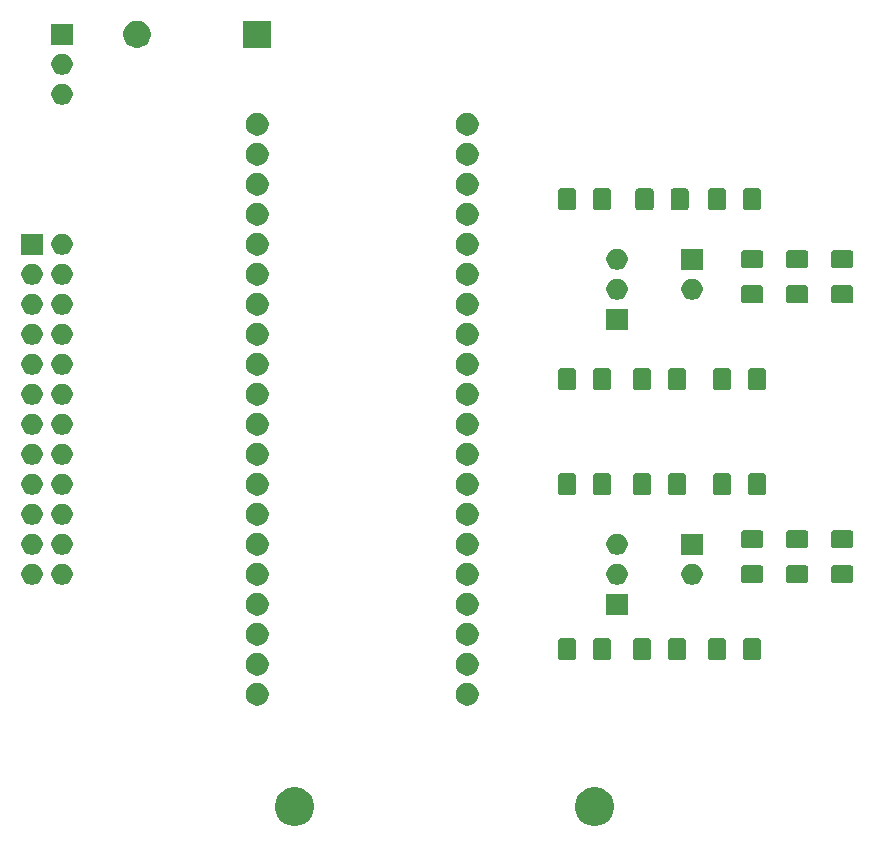
<source format=gbr>
%TF.GenerationSoftware,KiCad,Pcbnew,(5.1.6-0-10_14)*%
%TF.CreationDate,2022-08-31T19:30:09-05:00*%
%TF.ProjectId,pico_controller1,7069636f-5f63-46f6-9e74-726f6c6c6572,V01*%
%TF.SameCoordinates,Original*%
%TF.FileFunction,Soldermask,Top*%
%TF.FilePolarity,Negative*%
%FSLAX46Y46*%
G04 Gerber Fmt 4.6, Leading zero omitted, Abs format (unit mm)*
G04 Created by KiCad (PCBNEW (5.1.6-0-10_14)) date 2022-08-31 19:30:09*
%MOMM*%
%LPD*%
G01*
G04 APERTURE LIST*
%ADD10C,0.100000*%
G04 APERTURE END LIST*
D10*
G36*
X195426521Y-128587639D02*
G01*
X195726947Y-128712080D01*
X195997324Y-128892740D01*
X196227260Y-129122676D01*
X196407920Y-129393053D01*
X196532361Y-129693479D01*
X196595800Y-130012410D01*
X196595800Y-130337590D01*
X196532361Y-130656521D01*
X196407920Y-130956947D01*
X196227260Y-131227324D01*
X195997324Y-131457260D01*
X195726947Y-131637920D01*
X195426521Y-131762361D01*
X195107590Y-131825800D01*
X194782410Y-131825800D01*
X194463479Y-131762361D01*
X194163053Y-131637920D01*
X193892676Y-131457260D01*
X193662740Y-131227324D01*
X193482080Y-130956947D01*
X193357639Y-130656521D01*
X193294200Y-130337590D01*
X193294200Y-130012410D01*
X193357639Y-129693479D01*
X193482080Y-129393053D01*
X193662740Y-129122676D01*
X193892676Y-128892740D01*
X194163053Y-128712080D01*
X194463479Y-128587639D01*
X194782410Y-128524200D01*
X195107590Y-128524200D01*
X195426521Y-128587639D01*
G37*
G36*
X170026521Y-128587639D02*
G01*
X170326947Y-128712080D01*
X170597324Y-128892740D01*
X170827260Y-129122676D01*
X171007920Y-129393053D01*
X171132361Y-129693479D01*
X171195800Y-130012410D01*
X171195800Y-130337590D01*
X171132361Y-130656521D01*
X171007920Y-130956947D01*
X170827260Y-131227324D01*
X170597324Y-131457260D01*
X170326947Y-131637920D01*
X170026521Y-131762361D01*
X169707590Y-131825800D01*
X169382410Y-131825800D01*
X169063479Y-131762361D01*
X168763053Y-131637920D01*
X168492676Y-131457260D01*
X168262740Y-131227324D01*
X168082080Y-130956947D01*
X167957639Y-130656521D01*
X167894200Y-130337590D01*
X167894200Y-130012410D01*
X167957639Y-129693479D01*
X168082080Y-129393053D01*
X168262740Y-129122676D01*
X168492676Y-128892740D01*
X168763053Y-128712080D01*
X169063479Y-128587639D01*
X169382410Y-128524200D01*
X169707590Y-128524200D01*
X170026521Y-128587639D01*
G37*
G36*
X166654631Y-119711700D02*
G01*
X166832215Y-119785257D01*
X166992038Y-119892048D01*
X167127952Y-120027962D01*
X167234743Y-120187785D01*
X167308300Y-120365369D01*
X167345800Y-120553892D01*
X167345800Y-120746108D01*
X167308300Y-120934631D01*
X167234743Y-121112215D01*
X167127952Y-121272038D01*
X166992038Y-121407952D01*
X166832215Y-121514743D01*
X166654631Y-121588300D01*
X166466108Y-121625800D01*
X166273892Y-121625800D01*
X166085369Y-121588300D01*
X165907785Y-121514743D01*
X165747962Y-121407952D01*
X165612048Y-121272038D01*
X165505257Y-121112215D01*
X165431700Y-120934631D01*
X165394200Y-120746108D01*
X165394200Y-120553892D01*
X165431700Y-120365369D01*
X165505257Y-120187785D01*
X165612048Y-120027962D01*
X165747962Y-119892048D01*
X165907785Y-119785257D01*
X166085369Y-119711700D01*
X166273892Y-119674200D01*
X166466108Y-119674200D01*
X166654631Y-119711700D01*
G37*
G36*
X184434631Y-119711700D02*
G01*
X184612215Y-119785257D01*
X184772038Y-119892048D01*
X184907952Y-120027962D01*
X185014743Y-120187785D01*
X185088300Y-120365369D01*
X185125800Y-120553892D01*
X185125800Y-120746108D01*
X185088300Y-120934631D01*
X185014743Y-121112215D01*
X184907952Y-121272038D01*
X184772038Y-121407952D01*
X184612215Y-121514743D01*
X184434631Y-121588300D01*
X184246108Y-121625800D01*
X184053892Y-121625800D01*
X183865369Y-121588300D01*
X183687785Y-121514743D01*
X183527962Y-121407952D01*
X183392048Y-121272038D01*
X183285257Y-121112215D01*
X183211700Y-120934631D01*
X183174200Y-120746108D01*
X183174200Y-120553892D01*
X183211700Y-120365369D01*
X183285257Y-120187785D01*
X183392048Y-120027962D01*
X183527962Y-119892048D01*
X183687785Y-119785257D01*
X183865369Y-119711700D01*
X184053892Y-119674200D01*
X184246108Y-119674200D01*
X184434631Y-119711700D01*
G37*
G36*
X184434631Y-117171700D02*
G01*
X184612215Y-117245257D01*
X184772038Y-117352048D01*
X184907952Y-117487962D01*
X185014743Y-117647785D01*
X185088300Y-117825369D01*
X185125800Y-118013892D01*
X185125800Y-118206108D01*
X185088300Y-118394631D01*
X185014743Y-118572215D01*
X184907952Y-118732038D01*
X184772038Y-118867952D01*
X184612215Y-118974743D01*
X184434631Y-119048300D01*
X184246108Y-119085800D01*
X184053892Y-119085800D01*
X183865369Y-119048300D01*
X183687785Y-118974743D01*
X183527962Y-118867952D01*
X183392048Y-118732038D01*
X183285257Y-118572215D01*
X183211700Y-118394631D01*
X183174200Y-118206108D01*
X183174200Y-118013892D01*
X183211700Y-117825369D01*
X183285257Y-117647785D01*
X183392048Y-117487962D01*
X183527962Y-117352048D01*
X183687785Y-117245257D01*
X183865369Y-117171700D01*
X184053892Y-117134200D01*
X184246108Y-117134200D01*
X184434631Y-117171700D01*
G37*
G36*
X166654631Y-117171700D02*
G01*
X166832215Y-117245257D01*
X166992038Y-117352048D01*
X167127952Y-117487962D01*
X167234743Y-117647785D01*
X167308300Y-117825369D01*
X167345800Y-118013892D01*
X167345800Y-118206108D01*
X167308300Y-118394631D01*
X167234743Y-118572215D01*
X167127952Y-118732038D01*
X166992038Y-118867952D01*
X166832215Y-118974743D01*
X166654631Y-119048300D01*
X166466108Y-119085800D01*
X166273892Y-119085800D01*
X166085369Y-119048300D01*
X165907785Y-118974743D01*
X165747962Y-118867952D01*
X165612048Y-118732038D01*
X165505257Y-118572215D01*
X165431700Y-118394631D01*
X165394200Y-118206108D01*
X165394200Y-118013892D01*
X165431700Y-117825369D01*
X165505257Y-117647785D01*
X165612048Y-117487962D01*
X165747962Y-117352048D01*
X165907785Y-117245257D01*
X166085369Y-117171700D01*
X166273892Y-117134200D01*
X166466108Y-117134200D01*
X166654631Y-117171700D01*
G37*
G36*
X205879215Y-115918953D02*
G01*
X205923228Y-115932304D01*
X205963790Y-115953985D01*
X205999340Y-115983160D01*
X206028515Y-116018710D01*
X206050196Y-116059272D01*
X206063547Y-116103285D01*
X206068300Y-116151543D01*
X206068300Y-117528457D01*
X206063547Y-117576715D01*
X206050196Y-117620728D01*
X206028515Y-117661290D01*
X205999340Y-117696840D01*
X205963790Y-117726015D01*
X205923228Y-117747696D01*
X205879215Y-117761047D01*
X205830957Y-117765800D01*
X204779043Y-117765800D01*
X204730785Y-117761047D01*
X204686772Y-117747696D01*
X204646210Y-117726015D01*
X204610660Y-117696840D01*
X204581485Y-117661290D01*
X204559804Y-117620728D01*
X204546453Y-117576715D01*
X204541700Y-117528457D01*
X204541700Y-116151543D01*
X204546453Y-116103285D01*
X204559804Y-116059272D01*
X204581485Y-116018710D01*
X204610660Y-115983160D01*
X204646210Y-115953985D01*
X204686772Y-115932304D01*
X204730785Y-115918953D01*
X204779043Y-115914200D01*
X205830957Y-115914200D01*
X205879215Y-115918953D01*
G37*
G36*
X196154215Y-115918953D02*
G01*
X196198228Y-115932304D01*
X196238790Y-115953985D01*
X196274340Y-115983160D01*
X196303515Y-116018710D01*
X196325196Y-116059272D01*
X196338547Y-116103285D01*
X196343300Y-116151543D01*
X196343300Y-117528457D01*
X196338547Y-117576715D01*
X196325196Y-117620728D01*
X196303515Y-117661290D01*
X196274340Y-117696840D01*
X196238790Y-117726015D01*
X196198228Y-117747696D01*
X196154215Y-117761047D01*
X196105957Y-117765800D01*
X195054043Y-117765800D01*
X195005785Y-117761047D01*
X194961772Y-117747696D01*
X194921210Y-117726015D01*
X194885660Y-117696840D01*
X194856485Y-117661290D01*
X194834804Y-117620728D01*
X194821453Y-117576715D01*
X194816700Y-117528457D01*
X194816700Y-116151543D01*
X194821453Y-116103285D01*
X194834804Y-116059272D01*
X194856485Y-116018710D01*
X194885660Y-115983160D01*
X194921210Y-115953985D01*
X194961772Y-115932304D01*
X195005785Y-115918953D01*
X195054043Y-115914200D01*
X196105957Y-115914200D01*
X196154215Y-115918953D01*
G37*
G36*
X199529215Y-115918953D02*
G01*
X199573228Y-115932304D01*
X199613790Y-115953985D01*
X199649340Y-115983160D01*
X199678515Y-116018710D01*
X199700196Y-116059272D01*
X199713547Y-116103285D01*
X199718300Y-116151543D01*
X199718300Y-117528457D01*
X199713547Y-117576715D01*
X199700196Y-117620728D01*
X199678515Y-117661290D01*
X199649340Y-117696840D01*
X199613790Y-117726015D01*
X199573228Y-117747696D01*
X199529215Y-117761047D01*
X199480957Y-117765800D01*
X198429043Y-117765800D01*
X198380785Y-117761047D01*
X198336772Y-117747696D01*
X198296210Y-117726015D01*
X198260660Y-117696840D01*
X198231485Y-117661290D01*
X198209804Y-117620728D01*
X198196453Y-117576715D01*
X198191700Y-117528457D01*
X198191700Y-116151543D01*
X198196453Y-116103285D01*
X198209804Y-116059272D01*
X198231485Y-116018710D01*
X198260660Y-115983160D01*
X198296210Y-115953985D01*
X198336772Y-115932304D01*
X198380785Y-115918953D01*
X198429043Y-115914200D01*
X199480957Y-115914200D01*
X199529215Y-115918953D01*
G37*
G36*
X208854215Y-115918953D02*
G01*
X208898228Y-115932304D01*
X208938790Y-115953985D01*
X208974340Y-115983160D01*
X209003515Y-116018710D01*
X209025196Y-116059272D01*
X209038547Y-116103285D01*
X209043300Y-116151543D01*
X209043300Y-117528457D01*
X209038547Y-117576715D01*
X209025196Y-117620728D01*
X209003515Y-117661290D01*
X208974340Y-117696840D01*
X208938790Y-117726015D01*
X208898228Y-117747696D01*
X208854215Y-117761047D01*
X208805957Y-117765800D01*
X207754043Y-117765800D01*
X207705785Y-117761047D01*
X207661772Y-117747696D01*
X207621210Y-117726015D01*
X207585660Y-117696840D01*
X207556485Y-117661290D01*
X207534804Y-117620728D01*
X207521453Y-117576715D01*
X207516700Y-117528457D01*
X207516700Y-116151543D01*
X207521453Y-116103285D01*
X207534804Y-116059272D01*
X207556485Y-116018710D01*
X207585660Y-115983160D01*
X207621210Y-115953985D01*
X207661772Y-115932304D01*
X207705785Y-115918953D01*
X207754043Y-115914200D01*
X208805957Y-115914200D01*
X208854215Y-115918953D01*
G37*
G36*
X193179215Y-115918953D02*
G01*
X193223228Y-115932304D01*
X193263790Y-115953985D01*
X193299340Y-115983160D01*
X193328515Y-116018710D01*
X193350196Y-116059272D01*
X193363547Y-116103285D01*
X193368300Y-116151543D01*
X193368300Y-117528457D01*
X193363547Y-117576715D01*
X193350196Y-117620728D01*
X193328515Y-117661290D01*
X193299340Y-117696840D01*
X193263790Y-117726015D01*
X193223228Y-117747696D01*
X193179215Y-117761047D01*
X193130957Y-117765800D01*
X192079043Y-117765800D01*
X192030785Y-117761047D01*
X191986772Y-117747696D01*
X191946210Y-117726015D01*
X191910660Y-117696840D01*
X191881485Y-117661290D01*
X191859804Y-117620728D01*
X191846453Y-117576715D01*
X191841700Y-117528457D01*
X191841700Y-116151543D01*
X191846453Y-116103285D01*
X191859804Y-116059272D01*
X191881485Y-116018710D01*
X191910660Y-115983160D01*
X191946210Y-115953985D01*
X191986772Y-115932304D01*
X192030785Y-115918953D01*
X192079043Y-115914200D01*
X193130957Y-115914200D01*
X193179215Y-115918953D01*
G37*
G36*
X202504215Y-115918953D02*
G01*
X202548228Y-115932304D01*
X202588790Y-115953985D01*
X202624340Y-115983160D01*
X202653515Y-116018710D01*
X202675196Y-116059272D01*
X202688547Y-116103285D01*
X202693300Y-116151543D01*
X202693300Y-117528457D01*
X202688547Y-117576715D01*
X202675196Y-117620728D01*
X202653515Y-117661290D01*
X202624340Y-117696840D01*
X202588790Y-117726015D01*
X202548228Y-117747696D01*
X202504215Y-117761047D01*
X202455957Y-117765800D01*
X201404043Y-117765800D01*
X201355785Y-117761047D01*
X201311772Y-117747696D01*
X201271210Y-117726015D01*
X201235660Y-117696840D01*
X201206485Y-117661290D01*
X201184804Y-117620728D01*
X201171453Y-117576715D01*
X201166700Y-117528457D01*
X201166700Y-116151543D01*
X201171453Y-116103285D01*
X201184804Y-116059272D01*
X201206485Y-116018710D01*
X201235660Y-115983160D01*
X201271210Y-115953985D01*
X201311772Y-115932304D01*
X201355785Y-115918953D01*
X201404043Y-115914200D01*
X202455957Y-115914200D01*
X202504215Y-115918953D01*
G37*
G36*
X166654631Y-114631700D02*
G01*
X166832215Y-114705257D01*
X166992038Y-114812048D01*
X167127952Y-114947962D01*
X167234743Y-115107785D01*
X167308300Y-115285369D01*
X167345800Y-115473892D01*
X167345800Y-115666108D01*
X167308300Y-115854631D01*
X167234743Y-116032215D01*
X167127952Y-116192038D01*
X166992038Y-116327952D01*
X166832215Y-116434743D01*
X166654631Y-116508300D01*
X166466108Y-116545800D01*
X166273892Y-116545800D01*
X166085369Y-116508300D01*
X165907785Y-116434743D01*
X165747962Y-116327952D01*
X165612048Y-116192038D01*
X165505257Y-116032215D01*
X165431700Y-115854631D01*
X165394200Y-115666108D01*
X165394200Y-115473892D01*
X165431700Y-115285369D01*
X165505257Y-115107785D01*
X165612048Y-114947962D01*
X165747962Y-114812048D01*
X165907785Y-114705257D01*
X166085369Y-114631700D01*
X166273892Y-114594200D01*
X166466108Y-114594200D01*
X166654631Y-114631700D01*
G37*
G36*
X184434631Y-114631700D02*
G01*
X184612215Y-114705257D01*
X184772038Y-114812048D01*
X184907952Y-114947962D01*
X185014743Y-115107785D01*
X185088300Y-115285369D01*
X185125800Y-115473892D01*
X185125800Y-115666108D01*
X185088300Y-115854631D01*
X185014743Y-116032215D01*
X184907952Y-116192038D01*
X184772038Y-116327952D01*
X184612215Y-116434743D01*
X184434631Y-116508300D01*
X184246108Y-116545800D01*
X184053892Y-116545800D01*
X183865369Y-116508300D01*
X183687785Y-116434743D01*
X183527962Y-116327952D01*
X183392048Y-116192038D01*
X183285257Y-116032215D01*
X183211700Y-115854631D01*
X183174200Y-115666108D01*
X183174200Y-115473892D01*
X183211700Y-115285369D01*
X183285257Y-115107785D01*
X183392048Y-114947962D01*
X183527962Y-114812048D01*
X183687785Y-114705257D01*
X183865369Y-114631700D01*
X184053892Y-114594200D01*
X184246108Y-114594200D01*
X184434631Y-114631700D01*
G37*
G36*
X184434631Y-112091700D02*
G01*
X184612215Y-112165257D01*
X184772038Y-112272048D01*
X184907952Y-112407962D01*
X185014743Y-112567785D01*
X185088300Y-112745369D01*
X185125800Y-112933892D01*
X185125800Y-113126108D01*
X185088300Y-113314631D01*
X185014743Y-113492215D01*
X184907952Y-113652038D01*
X184772038Y-113787952D01*
X184612215Y-113894743D01*
X184434631Y-113968300D01*
X184246108Y-114005800D01*
X184053892Y-114005800D01*
X183865369Y-113968300D01*
X183687785Y-113894743D01*
X183527962Y-113787952D01*
X183392048Y-113652038D01*
X183285257Y-113492215D01*
X183211700Y-113314631D01*
X183174200Y-113126108D01*
X183174200Y-112933892D01*
X183211700Y-112745369D01*
X183285257Y-112567785D01*
X183392048Y-112407962D01*
X183527962Y-112272048D01*
X183687785Y-112165257D01*
X183865369Y-112091700D01*
X184053892Y-112054200D01*
X184246108Y-112054200D01*
X184434631Y-112091700D01*
G37*
G36*
X166654631Y-112091700D02*
G01*
X166832215Y-112165257D01*
X166992038Y-112272048D01*
X167127952Y-112407962D01*
X167234743Y-112567785D01*
X167308300Y-112745369D01*
X167345800Y-112933892D01*
X167345800Y-113126108D01*
X167308300Y-113314631D01*
X167234743Y-113492215D01*
X167127952Y-113652038D01*
X166992038Y-113787952D01*
X166832215Y-113894743D01*
X166654631Y-113968300D01*
X166466108Y-114005800D01*
X166273892Y-114005800D01*
X166085369Y-113968300D01*
X165907785Y-113894743D01*
X165747962Y-113787952D01*
X165612048Y-113652038D01*
X165505257Y-113492215D01*
X165431700Y-113314631D01*
X165394200Y-113126108D01*
X165394200Y-112933892D01*
X165431700Y-112745369D01*
X165505257Y-112567785D01*
X165612048Y-112407962D01*
X165747962Y-112272048D01*
X165907785Y-112165257D01*
X166085369Y-112091700D01*
X166273892Y-112054200D01*
X166466108Y-112054200D01*
X166654631Y-112091700D01*
G37*
G36*
X197750800Y-113930800D02*
G01*
X195949200Y-113930800D01*
X195949200Y-112129200D01*
X197750800Y-112129200D01*
X197750800Y-113930800D01*
G37*
G36*
X184434631Y-109551700D02*
G01*
X184612215Y-109625257D01*
X184772038Y-109732048D01*
X184907952Y-109867962D01*
X185014743Y-110027785D01*
X185088300Y-110205369D01*
X185125800Y-110393892D01*
X185125800Y-110586108D01*
X185088300Y-110774631D01*
X185014743Y-110952215D01*
X184907952Y-111112038D01*
X184772038Y-111247952D01*
X184612215Y-111354743D01*
X184434631Y-111428300D01*
X184246108Y-111465800D01*
X184053892Y-111465800D01*
X183865369Y-111428300D01*
X183687785Y-111354743D01*
X183527962Y-111247952D01*
X183392048Y-111112038D01*
X183285257Y-110952215D01*
X183211700Y-110774631D01*
X183174200Y-110586108D01*
X183174200Y-110393892D01*
X183211700Y-110205369D01*
X183285257Y-110027785D01*
X183392048Y-109867962D01*
X183527962Y-109732048D01*
X183687785Y-109625257D01*
X183865369Y-109551700D01*
X184053892Y-109514200D01*
X184246108Y-109514200D01*
X184434631Y-109551700D01*
G37*
G36*
X166654631Y-109551700D02*
G01*
X166832215Y-109625257D01*
X166992038Y-109732048D01*
X167127952Y-109867962D01*
X167234743Y-110027785D01*
X167308300Y-110205369D01*
X167345800Y-110393892D01*
X167345800Y-110586108D01*
X167308300Y-110774631D01*
X167234743Y-110952215D01*
X167127952Y-111112038D01*
X166992038Y-111247952D01*
X166832215Y-111354743D01*
X166654631Y-111428300D01*
X166466108Y-111465800D01*
X166273892Y-111465800D01*
X166085369Y-111428300D01*
X165907785Y-111354743D01*
X165747962Y-111247952D01*
X165612048Y-111112038D01*
X165505257Y-110952215D01*
X165431700Y-110774631D01*
X165394200Y-110586108D01*
X165394200Y-110393892D01*
X165431700Y-110205369D01*
X165505257Y-110027785D01*
X165612048Y-109867962D01*
X165747962Y-109732048D01*
X165907785Y-109625257D01*
X166085369Y-109551700D01*
X166273892Y-109514200D01*
X166466108Y-109514200D01*
X166654631Y-109551700D01*
G37*
G36*
X147582754Y-109623817D02*
G01*
X147746689Y-109691721D01*
X147894227Y-109790303D01*
X148019697Y-109915773D01*
X148118279Y-110063311D01*
X148186183Y-110227246D01*
X148220800Y-110401279D01*
X148220800Y-110578721D01*
X148186183Y-110752754D01*
X148118279Y-110916689D01*
X148019697Y-111064227D01*
X147894227Y-111189697D01*
X147746689Y-111288279D01*
X147582754Y-111356183D01*
X147408721Y-111390800D01*
X147231279Y-111390800D01*
X147057246Y-111356183D01*
X146893311Y-111288279D01*
X146745773Y-111189697D01*
X146620303Y-111064227D01*
X146521721Y-110916689D01*
X146453817Y-110752754D01*
X146419200Y-110578721D01*
X146419200Y-110401279D01*
X146453817Y-110227246D01*
X146521721Y-110063311D01*
X146620303Y-109915773D01*
X146745773Y-109790303D01*
X146893311Y-109691721D01*
X147057246Y-109623817D01*
X147231279Y-109589200D01*
X147408721Y-109589200D01*
X147582754Y-109623817D01*
G37*
G36*
X150122754Y-109623817D02*
G01*
X150286689Y-109691721D01*
X150434227Y-109790303D01*
X150559697Y-109915773D01*
X150658279Y-110063311D01*
X150726183Y-110227246D01*
X150760800Y-110401279D01*
X150760800Y-110578721D01*
X150726183Y-110752754D01*
X150658279Y-110916689D01*
X150559697Y-111064227D01*
X150434227Y-111189697D01*
X150286689Y-111288279D01*
X150122754Y-111356183D01*
X149948721Y-111390800D01*
X149771279Y-111390800D01*
X149597246Y-111356183D01*
X149433311Y-111288279D01*
X149285773Y-111189697D01*
X149160303Y-111064227D01*
X149061721Y-110916689D01*
X148993817Y-110752754D01*
X148959200Y-110578721D01*
X148959200Y-110401279D01*
X148993817Y-110227246D01*
X149061721Y-110063311D01*
X149160303Y-109915773D01*
X149285773Y-109790303D01*
X149433311Y-109691721D01*
X149597246Y-109623817D01*
X149771279Y-109589200D01*
X149948721Y-109589200D01*
X150122754Y-109623817D01*
G37*
G36*
X197112754Y-109623817D02*
G01*
X197276689Y-109691721D01*
X197424227Y-109790303D01*
X197549697Y-109915773D01*
X197648279Y-110063311D01*
X197716183Y-110227246D01*
X197750800Y-110401279D01*
X197750800Y-110578721D01*
X197716183Y-110752754D01*
X197648279Y-110916689D01*
X197549697Y-111064227D01*
X197424227Y-111189697D01*
X197276689Y-111288279D01*
X197112754Y-111356183D01*
X196938721Y-111390800D01*
X196761279Y-111390800D01*
X196587246Y-111356183D01*
X196423311Y-111288279D01*
X196275773Y-111189697D01*
X196150303Y-111064227D01*
X196051721Y-110916689D01*
X195983817Y-110752754D01*
X195949200Y-110578721D01*
X195949200Y-110401279D01*
X195983817Y-110227246D01*
X196051721Y-110063311D01*
X196150303Y-109915773D01*
X196275773Y-109790303D01*
X196423311Y-109691721D01*
X196587246Y-109623817D01*
X196761279Y-109589200D01*
X196938721Y-109589200D01*
X197112754Y-109623817D01*
G37*
G36*
X203462754Y-109623817D02*
G01*
X203626689Y-109691721D01*
X203774227Y-109790303D01*
X203899697Y-109915773D01*
X203998279Y-110063311D01*
X204066183Y-110227246D01*
X204100800Y-110401279D01*
X204100800Y-110578721D01*
X204066183Y-110752754D01*
X203998279Y-110916689D01*
X203899697Y-111064227D01*
X203774227Y-111189697D01*
X203626689Y-111288279D01*
X203462754Y-111356183D01*
X203288721Y-111390800D01*
X203111279Y-111390800D01*
X202937246Y-111356183D01*
X202773311Y-111288279D01*
X202625773Y-111189697D01*
X202500303Y-111064227D01*
X202401721Y-110916689D01*
X202333817Y-110752754D01*
X202299200Y-110578721D01*
X202299200Y-110401279D01*
X202333817Y-110227246D01*
X202401721Y-110063311D01*
X202500303Y-109915773D01*
X202625773Y-109790303D01*
X202773311Y-109691721D01*
X202937246Y-109623817D01*
X203111279Y-109589200D01*
X203288721Y-109589200D01*
X203462754Y-109623817D01*
G37*
G36*
X216636715Y-109731453D02*
G01*
X216680728Y-109744804D01*
X216721290Y-109766485D01*
X216756840Y-109795660D01*
X216786015Y-109831210D01*
X216807696Y-109871772D01*
X216821047Y-109915785D01*
X216825800Y-109964043D01*
X216825800Y-111015957D01*
X216821047Y-111064215D01*
X216807696Y-111108228D01*
X216786015Y-111148790D01*
X216756840Y-111184340D01*
X216721290Y-111213515D01*
X216680728Y-111235196D01*
X216636715Y-111248547D01*
X216588457Y-111253300D01*
X215211543Y-111253300D01*
X215163285Y-111248547D01*
X215119272Y-111235196D01*
X215078710Y-111213515D01*
X215043160Y-111184340D01*
X215013985Y-111148790D01*
X214992304Y-111108228D01*
X214978953Y-111064215D01*
X214974200Y-111015957D01*
X214974200Y-109964043D01*
X214978953Y-109915785D01*
X214992304Y-109871772D01*
X215013985Y-109831210D01*
X215043160Y-109795660D01*
X215078710Y-109766485D01*
X215119272Y-109744804D01*
X215163285Y-109731453D01*
X215211543Y-109726700D01*
X216588457Y-109726700D01*
X216636715Y-109731453D01*
G37*
G36*
X209016715Y-109731453D02*
G01*
X209060728Y-109744804D01*
X209101290Y-109766485D01*
X209136840Y-109795660D01*
X209166015Y-109831210D01*
X209187696Y-109871772D01*
X209201047Y-109915785D01*
X209205800Y-109964043D01*
X209205800Y-111015957D01*
X209201047Y-111064215D01*
X209187696Y-111108228D01*
X209166015Y-111148790D01*
X209136840Y-111184340D01*
X209101290Y-111213515D01*
X209060728Y-111235196D01*
X209016715Y-111248547D01*
X208968457Y-111253300D01*
X207591543Y-111253300D01*
X207543285Y-111248547D01*
X207499272Y-111235196D01*
X207458710Y-111213515D01*
X207423160Y-111184340D01*
X207393985Y-111148790D01*
X207372304Y-111108228D01*
X207358953Y-111064215D01*
X207354200Y-111015957D01*
X207354200Y-109964043D01*
X207358953Y-109915785D01*
X207372304Y-109871772D01*
X207393985Y-109831210D01*
X207423160Y-109795660D01*
X207458710Y-109766485D01*
X207499272Y-109744804D01*
X207543285Y-109731453D01*
X207591543Y-109726700D01*
X208968457Y-109726700D01*
X209016715Y-109731453D01*
G37*
G36*
X212826715Y-109731453D02*
G01*
X212870728Y-109744804D01*
X212911290Y-109766485D01*
X212946840Y-109795660D01*
X212976015Y-109831210D01*
X212997696Y-109871772D01*
X213011047Y-109915785D01*
X213015800Y-109964043D01*
X213015800Y-111015957D01*
X213011047Y-111064215D01*
X212997696Y-111108228D01*
X212976015Y-111148790D01*
X212946840Y-111184340D01*
X212911290Y-111213515D01*
X212870728Y-111235196D01*
X212826715Y-111248547D01*
X212778457Y-111253300D01*
X211401543Y-111253300D01*
X211353285Y-111248547D01*
X211309272Y-111235196D01*
X211268710Y-111213515D01*
X211233160Y-111184340D01*
X211203985Y-111148790D01*
X211182304Y-111108228D01*
X211168953Y-111064215D01*
X211164200Y-111015957D01*
X211164200Y-109964043D01*
X211168953Y-109915785D01*
X211182304Y-109871772D01*
X211203985Y-109831210D01*
X211233160Y-109795660D01*
X211268710Y-109766485D01*
X211309272Y-109744804D01*
X211353285Y-109731453D01*
X211401543Y-109726700D01*
X212778457Y-109726700D01*
X212826715Y-109731453D01*
G37*
G36*
X166654631Y-107011700D02*
G01*
X166832215Y-107085257D01*
X166992038Y-107192048D01*
X167127952Y-107327962D01*
X167234743Y-107487785D01*
X167308300Y-107665369D01*
X167345800Y-107853892D01*
X167345800Y-108046108D01*
X167308300Y-108234631D01*
X167234743Y-108412215D01*
X167127952Y-108572038D01*
X166992038Y-108707952D01*
X166832215Y-108814743D01*
X166654631Y-108888300D01*
X166466108Y-108925800D01*
X166273892Y-108925800D01*
X166085369Y-108888300D01*
X165907785Y-108814743D01*
X165747962Y-108707952D01*
X165612048Y-108572038D01*
X165505257Y-108412215D01*
X165431700Y-108234631D01*
X165394200Y-108046108D01*
X165394200Y-107853892D01*
X165431700Y-107665369D01*
X165505257Y-107487785D01*
X165612048Y-107327962D01*
X165747962Y-107192048D01*
X165907785Y-107085257D01*
X166085369Y-107011700D01*
X166273892Y-106974200D01*
X166466108Y-106974200D01*
X166654631Y-107011700D01*
G37*
G36*
X184434631Y-107011700D02*
G01*
X184612215Y-107085257D01*
X184772038Y-107192048D01*
X184907952Y-107327962D01*
X185014743Y-107487785D01*
X185088300Y-107665369D01*
X185125800Y-107853892D01*
X185125800Y-108046108D01*
X185088300Y-108234631D01*
X185014743Y-108412215D01*
X184907952Y-108572038D01*
X184772038Y-108707952D01*
X184612215Y-108814743D01*
X184434631Y-108888300D01*
X184246108Y-108925800D01*
X184053892Y-108925800D01*
X183865369Y-108888300D01*
X183687785Y-108814743D01*
X183527962Y-108707952D01*
X183392048Y-108572038D01*
X183285257Y-108412215D01*
X183211700Y-108234631D01*
X183174200Y-108046108D01*
X183174200Y-107853892D01*
X183211700Y-107665369D01*
X183285257Y-107487785D01*
X183392048Y-107327962D01*
X183527962Y-107192048D01*
X183687785Y-107085257D01*
X183865369Y-107011700D01*
X184053892Y-106974200D01*
X184246108Y-106974200D01*
X184434631Y-107011700D01*
G37*
G36*
X197112754Y-107083817D02*
G01*
X197276689Y-107151721D01*
X197424227Y-107250303D01*
X197549697Y-107375773D01*
X197648279Y-107523311D01*
X197716183Y-107687246D01*
X197750800Y-107861279D01*
X197750800Y-108038721D01*
X197716183Y-108212754D01*
X197648279Y-108376689D01*
X197549697Y-108524227D01*
X197424227Y-108649697D01*
X197276689Y-108748279D01*
X197112754Y-108816183D01*
X196938721Y-108850800D01*
X196761279Y-108850800D01*
X196587246Y-108816183D01*
X196423311Y-108748279D01*
X196275773Y-108649697D01*
X196150303Y-108524227D01*
X196051721Y-108376689D01*
X195983817Y-108212754D01*
X195949200Y-108038721D01*
X195949200Y-107861279D01*
X195983817Y-107687246D01*
X196051721Y-107523311D01*
X196150303Y-107375773D01*
X196275773Y-107250303D01*
X196423311Y-107151721D01*
X196587246Y-107083817D01*
X196761279Y-107049200D01*
X196938721Y-107049200D01*
X197112754Y-107083817D01*
G37*
G36*
X204100800Y-108850800D02*
G01*
X202299200Y-108850800D01*
X202299200Y-107049200D01*
X204100800Y-107049200D01*
X204100800Y-108850800D01*
G37*
G36*
X147582754Y-107083817D02*
G01*
X147746689Y-107151721D01*
X147894227Y-107250303D01*
X148019697Y-107375773D01*
X148118279Y-107523311D01*
X148186183Y-107687246D01*
X148220800Y-107861279D01*
X148220800Y-108038721D01*
X148186183Y-108212754D01*
X148118279Y-108376689D01*
X148019697Y-108524227D01*
X147894227Y-108649697D01*
X147746689Y-108748279D01*
X147582754Y-108816183D01*
X147408721Y-108850800D01*
X147231279Y-108850800D01*
X147057246Y-108816183D01*
X146893311Y-108748279D01*
X146745773Y-108649697D01*
X146620303Y-108524227D01*
X146521721Y-108376689D01*
X146453817Y-108212754D01*
X146419200Y-108038721D01*
X146419200Y-107861279D01*
X146453817Y-107687246D01*
X146521721Y-107523311D01*
X146620303Y-107375773D01*
X146745773Y-107250303D01*
X146893311Y-107151721D01*
X147057246Y-107083817D01*
X147231279Y-107049200D01*
X147408721Y-107049200D01*
X147582754Y-107083817D01*
G37*
G36*
X150122754Y-107083817D02*
G01*
X150286689Y-107151721D01*
X150434227Y-107250303D01*
X150559697Y-107375773D01*
X150658279Y-107523311D01*
X150726183Y-107687246D01*
X150760800Y-107861279D01*
X150760800Y-108038721D01*
X150726183Y-108212754D01*
X150658279Y-108376689D01*
X150559697Y-108524227D01*
X150434227Y-108649697D01*
X150286689Y-108748279D01*
X150122754Y-108816183D01*
X149948721Y-108850800D01*
X149771279Y-108850800D01*
X149597246Y-108816183D01*
X149433311Y-108748279D01*
X149285773Y-108649697D01*
X149160303Y-108524227D01*
X149061721Y-108376689D01*
X148993817Y-108212754D01*
X148959200Y-108038721D01*
X148959200Y-107861279D01*
X148993817Y-107687246D01*
X149061721Y-107523311D01*
X149160303Y-107375773D01*
X149285773Y-107250303D01*
X149433311Y-107151721D01*
X149597246Y-107083817D01*
X149771279Y-107049200D01*
X149948721Y-107049200D01*
X150122754Y-107083817D01*
G37*
G36*
X212826715Y-106756453D02*
G01*
X212870728Y-106769804D01*
X212911290Y-106791485D01*
X212946840Y-106820660D01*
X212976015Y-106856210D01*
X212997696Y-106896772D01*
X213011047Y-106940785D01*
X213015800Y-106989043D01*
X213015800Y-108040957D01*
X213011047Y-108089215D01*
X212997696Y-108133228D01*
X212976015Y-108173790D01*
X212946840Y-108209340D01*
X212911290Y-108238515D01*
X212870728Y-108260196D01*
X212826715Y-108273547D01*
X212778457Y-108278300D01*
X211401543Y-108278300D01*
X211353285Y-108273547D01*
X211309272Y-108260196D01*
X211268710Y-108238515D01*
X211233160Y-108209340D01*
X211203985Y-108173790D01*
X211182304Y-108133228D01*
X211168953Y-108089215D01*
X211164200Y-108040957D01*
X211164200Y-106989043D01*
X211168953Y-106940785D01*
X211182304Y-106896772D01*
X211203985Y-106856210D01*
X211233160Y-106820660D01*
X211268710Y-106791485D01*
X211309272Y-106769804D01*
X211353285Y-106756453D01*
X211401543Y-106751700D01*
X212778457Y-106751700D01*
X212826715Y-106756453D01*
G37*
G36*
X209016715Y-106756453D02*
G01*
X209060728Y-106769804D01*
X209101290Y-106791485D01*
X209136840Y-106820660D01*
X209166015Y-106856210D01*
X209187696Y-106896772D01*
X209201047Y-106940785D01*
X209205800Y-106989043D01*
X209205800Y-108040957D01*
X209201047Y-108089215D01*
X209187696Y-108133228D01*
X209166015Y-108173790D01*
X209136840Y-108209340D01*
X209101290Y-108238515D01*
X209060728Y-108260196D01*
X209016715Y-108273547D01*
X208968457Y-108278300D01*
X207591543Y-108278300D01*
X207543285Y-108273547D01*
X207499272Y-108260196D01*
X207458710Y-108238515D01*
X207423160Y-108209340D01*
X207393985Y-108173790D01*
X207372304Y-108133228D01*
X207358953Y-108089215D01*
X207354200Y-108040957D01*
X207354200Y-106989043D01*
X207358953Y-106940785D01*
X207372304Y-106896772D01*
X207393985Y-106856210D01*
X207423160Y-106820660D01*
X207458710Y-106791485D01*
X207499272Y-106769804D01*
X207543285Y-106756453D01*
X207591543Y-106751700D01*
X208968457Y-106751700D01*
X209016715Y-106756453D01*
G37*
G36*
X216636715Y-106756453D02*
G01*
X216680728Y-106769804D01*
X216721290Y-106791485D01*
X216756840Y-106820660D01*
X216786015Y-106856210D01*
X216807696Y-106896772D01*
X216821047Y-106940785D01*
X216825800Y-106989043D01*
X216825800Y-108040957D01*
X216821047Y-108089215D01*
X216807696Y-108133228D01*
X216786015Y-108173790D01*
X216756840Y-108209340D01*
X216721290Y-108238515D01*
X216680728Y-108260196D01*
X216636715Y-108273547D01*
X216588457Y-108278300D01*
X215211543Y-108278300D01*
X215163285Y-108273547D01*
X215119272Y-108260196D01*
X215078710Y-108238515D01*
X215043160Y-108209340D01*
X215013985Y-108173790D01*
X214992304Y-108133228D01*
X214978953Y-108089215D01*
X214974200Y-108040957D01*
X214974200Y-106989043D01*
X214978953Y-106940785D01*
X214992304Y-106896772D01*
X215013985Y-106856210D01*
X215043160Y-106820660D01*
X215078710Y-106791485D01*
X215119272Y-106769804D01*
X215163285Y-106756453D01*
X215211543Y-106751700D01*
X216588457Y-106751700D01*
X216636715Y-106756453D01*
G37*
G36*
X184434631Y-104471700D02*
G01*
X184612215Y-104545257D01*
X184772038Y-104652048D01*
X184907952Y-104787962D01*
X185014743Y-104947785D01*
X185088300Y-105125369D01*
X185125800Y-105313892D01*
X185125800Y-105506108D01*
X185088300Y-105694631D01*
X185014743Y-105872215D01*
X184907952Y-106032038D01*
X184772038Y-106167952D01*
X184612215Y-106274743D01*
X184434631Y-106348300D01*
X184246108Y-106385800D01*
X184053892Y-106385800D01*
X183865369Y-106348300D01*
X183687785Y-106274743D01*
X183527962Y-106167952D01*
X183392048Y-106032038D01*
X183285257Y-105872215D01*
X183211700Y-105694631D01*
X183174200Y-105506108D01*
X183174200Y-105313892D01*
X183211700Y-105125369D01*
X183285257Y-104947785D01*
X183392048Y-104787962D01*
X183527962Y-104652048D01*
X183687785Y-104545257D01*
X183865369Y-104471700D01*
X184053892Y-104434200D01*
X184246108Y-104434200D01*
X184434631Y-104471700D01*
G37*
G36*
X166654631Y-104471700D02*
G01*
X166832215Y-104545257D01*
X166992038Y-104652048D01*
X167127952Y-104787962D01*
X167234743Y-104947785D01*
X167308300Y-105125369D01*
X167345800Y-105313892D01*
X167345800Y-105506108D01*
X167308300Y-105694631D01*
X167234743Y-105872215D01*
X167127952Y-106032038D01*
X166992038Y-106167952D01*
X166832215Y-106274743D01*
X166654631Y-106348300D01*
X166466108Y-106385800D01*
X166273892Y-106385800D01*
X166085369Y-106348300D01*
X165907785Y-106274743D01*
X165747962Y-106167952D01*
X165612048Y-106032038D01*
X165505257Y-105872215D01*
X165431700Y-105694631D01*
X165394200Y-105506108D01*
X165394200Y-105313892D01*
X165431700Y-105125369D01*
X165505257Y-104947785D01*
X165612048Y-104787962D01*
X165747962Y-104652048D01*
X165907785Y-104545257D01*
X166085369Y-104471700D01*
X166273892Y-104434200D01*
X166466108Y-104434200D01*
X166654631Y-104471700D01*
G37*
G36*
X150122754Y-104543817D02*
G01*
X150286689Y-104611721D01*
X150434227Y-104710303D01*
X150559697Y-104835773D01*
X150658279Y-104983311D01*
X150726183Y-105147246D01*
X150760800Y-105321279D01*
X150760800Y-105498721D01*
X150726183Y-105672754D01*
X150658279Y-105836689D01*
X150559697Y-105984227D01*
X150434227Y-106109697D01*
X150286689Y-106208279D01*
X150122754Y-106276183D01*
X149948721Y-106310800D01*
X149771279Y-106310800D01*
X149597246Y-106276183D01*
X149433311Y-106208279D01*
X149285773Y-106109697D01*
X149160303Y-105984227D01*
X149061721Y-105836689D01*
X148993817Y-105672754D01*
X148959200Y-105498721D01*
X148959200Y-105321279D01*
X148993817Y-105147246D01*
X149061721Y-104983311D01*
X149160303Y-104835773D01*
X149285773Y-104710303D01*
X149433311Y-104611721D01*
X149597246Y-104543817D01*
X149771279Y-104509200D01*
X149948721Y-104509200D01*
X150122754Y-104543817D01*
G37*
G36*
X147582754Y-104543817D02*
G01*
X147746689Y-104611721D01*
X147894227Y-104710303D01*
X148019697Y-104835773D01*
X148118279Y-104983311D01*
X148186183Y-105147246D01*
X148220800Y-105321279D01*
X148220800Y-105498721D01*
X148186183Y-105672754D01*
X148118279Y-105836689D01*
X148019697Y-105984227D01*
X147894227Y-106109697D01*
X147746689Y-106208279D01*
X147582754Y-106276183D01*
X147408721Y-106310800D01*
X147231279Y-106310800D01*
X147057246Y-106276183D01*
X146893311Y-106208279D01*
X146745773Y-106109697D01*
X146620303Y-105984227D01*
X146521721Y-105836689D01*
X146453817Y-105672754D01*
X146419200Y-105498721D01*
X146419200Y-105321279D01*
X146453817Y-105147246D01*
X146521721Y-104983311D01*
X146620303Y-104835773D01*
X146745773Y-104710303D01*
X146893311Y-104611721D01*
X147057246Y-104543817D01*
X147231279Y-104509200D01*
X147408721Y-104509200D01*
X147582754Y-104543817D01*
G37*
G36*
X166654631Y-101931700D02*
G01*
X166832215Y-102005257D01*
X166992038Y-102112048D01*
X167127952Y-102247962D01*
X167234743Y-102407785D01*
X167308300Y-102585369D01*
X167345800Y-102773892D01*
X167345800Y-102966108D01*
X167308300Y-103154631D01*
X167234743Y-103332215D01*
X167127952Y-103492038D01*
X166992038Y-103627952D01*
X166832215Y-103734743D01*
X166654631Y-103808300D01*
X166466108Y-103845800D01*
X166273892Y-103845800D01*
X166085369Y-103808300D01*
X165907785Y-103734743D01*
X165747962Y-103627952D01*
X165612048Y-103492038D01*
X165505257Y-103332215D01*
X165431700Y-103154631D01*
X165394200Y-102966108D01*
X165394200Y-102773892D01*
X165431700Y-102585369D01*
X165505257Y-102407785D01*
X165612048Y-102247962D01*
X165747962Y-102112048D01*
X165907785Y-102005257D01*
X166085369Y-101931700D01*
X166273892Y-101894200D01*
X166466108Y-101894200D01*
X166654631Y-101931700D01*
G37*
G36*
X184434631Y-101931700D02*
G01*
X184612215Y-102005257D01*
X184772038Y-102112048D01*
X184907952Y-102247962D01*
X185014743Y-102407785D01*
X185088300Y-102585369D01*
X185125800Y-102773892D01*
X185125800Y-102966108D01*
X185088300Y-103154631D01*
X185014743Y-103332215D01*
X184907952Y-103492038D01*
X184772038Y-103627952D01*
X184612215Y-103734743D01*
X184434631Y-103808300D01*
X184246108Y-103845800D01*
X184053892Y-103845800D01*
X183865369Y-103808300D01*
X183687785Y-103734743D01*
X183527962Y-103627952D01*
X183392048Y-103492038D01*
X183285257Y-103332215D01*
X183211700Y-103154631D01*
X183174200Y-102966108D01*
X183174200Y-102773892D01*
X183211700Y-102585369D01*
X183285257Y-102407785D01*
X183392048Y-102247962D01*
X183527962Y-102112048D01*
X183687785Y-102005257D01*
X183865369Y-101931700D01*
X184053892Y-101894200D01*
X184246108Y-101894200D01*
X184434631Y-101931700D01*
G37*
G36*
X202504215Y-101948953D02*
G01*
X202548228Y-101962304D01*
X202588790Y-101983985D01*
X202624340Y-102013160D01*
X202653515Y-102048710D01*
X202675196Y-102089272D01*
X202688547Y-102133285D01*
X202693300Y-102181543D01*
X202693300Y-103558457D01*
X202688547Y-103606715D01*
X202675196Y-103650728D01*
X202653515Y-103691290D01*
X202624340Y-103726840D01*
X202588790Y-103756015D01*
X202548228Y-103777696D01*
X202504215Y-103791047D01*
X202455957Y-103795800D01*
X201404043Y-103795800D01*
X201355785Y-103791047D01*
X201311772Y-103777696D01*
X201271210Y-103756015D01*
X201235660Y-103726840D01*
X201206485Y-103691290D01*
X201184804Y-103650728D01*
X201171453Y-103606715D01*
X201166700Y-103558457D01*
X201166700Y-102181543D01*
X201171453Y-102133285D01*
X201184804Y-102089272D01*
X201206485Y-102048710D01*
X201235660Y-102013160D01*
X201271210Y-101983985D01*
X201311772Y-101962304D01*
X201355785Y-101948953D01*
X201404043Y-101944200D01*
X202455957Y-101944200D01*
X202504215Y-101948953D01*
G37*
G36*
X193179215Y-101948953D02*
G01*
X193223228Y-101962304D01*
X193263790Y-101983985D01*
X193299340Y-102013160D01*
X193328515Y-102048710D01*
X193350196Y-102089272D01*
X193363547Y-102133285D01*
X193368300Y-102181543D01*
X193368300Y-103558457D01*
X193363547Y-103606715D01*
X193350196Y-103650728D01*
X193328515Y-103691290D01*
X193299340Y-103726840D01*
X193263790Y-103756015D01*
X193223228Y-103777696D01*
X193179215Y-103791047D01*
X193130957Y-103795800D01*
X192079043Y-103795800D01*
X192030785Y-103791047D01*
X191986772Y-103777696D01*
X191946210Y-103756015D01*
X191910660Y-103726840D01*
X191881485Y-103691290D01*
X191859804Y-103650728D01*
X191846453Y-103606715D01*
X191841700Y-103558457D01*
X191841700Y-102181543D01*
X191846453Y-102133285D01*
X191859804Y-102089272D01*
X191881485Y-102048710D01*
X191910660Y-102013160D01*
X191946210Y-101983985D01*
X191986772Y-101962304D01*
X192030785Y-101948953D01*
X192079043Y-101944200D01*
X193130957Y-101944200D01*
X193179215Y-101948953D01*
G37*
G36*
X199529215Y-101948953D02*
G01*
X199573228Y-101962304D01*
X199613790Y-101983985D01*
X199649340Y-102013160D01*
X199678515Y-102048710D01*
X199700196Y-102089272D01*
X199713547Y-102133285D01*
X199718300Y-102181543D01*
X199718300Y-103558457D01*
X199713547Y-103606715D01*
X199700196Y-103650728D01*
X199678515Y-103691290D01*
X199649340Y-103726840D01*
X199613790Y-103756015D01*
X199573228Y-103777696D01*
X199529215Y-103791047D01*
X199480957Y-103795800D01*
X198429043Y-103795800D01*
X198380785Y-103791047D01*
X198336772Y-103777696D01*
X198296210Y-103756015D01*
X198260660Y-103726840D01*
X198231485Y-103691290D01*
X198209804Y-103650728D01*
X198196453Y-103606715D01*
X198191700Y-103558457D01*
X198191700Y-102181543D01*
X198196453Y-102133285D01*
X198209804Y-102089272D01*
X198231485Y-102048710D01*
X198260660Y-102013160D01*
X198296210Y-101983985D01*
X198336772Y-101962304D01*
X198380785Y-101948953D01*
X198429043Y-101944200D01*
X199480957Y-101944200D01*
X199529215Y-101948953D01*
G37*
G36*
X196154215Y-101948953D02*
G01*
X196198228Y-101962304D01*
X196238790Y-101983985D01*
X196274340Y-102013160D01*
X196303515Y-102048710D01*
X196325196Y-102089272D01*
X196338547Y-102133285D01*
X196343300Y-102181543D01*
X196343300Y-103558457D01*
X196338547Y-103606715D01*
X196325196Y-103650728D01*
X196303515Y-103691290D01*
X196274340Y-103726840D01*
X196238790Y-103756015D01*
X196198228Y-103777696D01*
X196154215Y-103791047D01*
X196105957Y-103795800D01*
X195054043Y-103795800D01*
X195005785Y-103791047D01*
X194961772Y-103777696D01*
X194921210Y-103756015D01*
X194885660Y-103726840D01*
X194856485Y-103691290D01*
X194834804Y-103650728D01*
X194821453Y-103606715D01*
X194816700Y-103558457D01*
X194816700Y-102181543D01*
X194821453Y-102133285D01*
X194834804Y-102089272D01*
X194856485Y-102048710D01*
X194885660Y-102013160D01*
X194921210Y-101983985D01*
X194961772Y-101962304D01*
X195005785Y-101948953D01*
X195054043Y-101944200D01*
X196105957Y-101944200D01*
X196154215Y-101948953D01*
G37*
G36*
X206314215Y-101948953D02*
G01*
X206358228Y-101962304D01*
X206398790Y-101983985D01*
X206434340Y-102013160D01*
X206463515Y-102048710D01*
X206485196Y-102089272D01*
X206498547Y-102133285D01*
X206503300Y-102181543D01*
X206503300Y-103558457D01*
X206498547Y-103606715D01*
X206485196Y-103650728D01*
X206463515Y-103691290D01*
X206434340Y-103726840D01*
X206398790Y-103756015D01*
X206358228Y-103777696D01*
X206314215Y-103791047D01*
X206265957Y-103795800D01*
X205214043Y-103795800D01*
X205165785Y-103791047D01*
X205121772Y-103777696D01*
X205081210Y-103756015D01*
X205045660Y-103726840D01*
X205016485Y-103691290D01*
X204994804Y-103650728D01*
X204981453Y-103606715D01*
X204976700Y-103558457D01*
X204976700Y-102181543D01*
X204981453Y-102133285D01*
X204994804Y-102089272D01*
X205016485Y-102048710D01*
X205045660Y-102013160D01*
X205081210Y-101983985D01*
X205121772Y-101962304D01*
X205165785Y-101948953D01*
X205214043Y-101944200D01*
X206265957Y-101944200D01*
X206314215Y-101948953D01*
G37*
G36*
X209289215Y-101948953D02*
G01*
X209333228Y-101962304D01*
X209373790Y-101983985D01*
X209409340Y-102013160D01*
X209438515Y-102048710D01*
X209460196Y-102089272D01*
X209473547Y-102133285D01*
X209478300Y-102181543D01*
X209478300Y-103558457D01*
X209473547Y-103606715D01*
X209460196Y-103650728D01*
X209438515Y-103691290D01*
X209409340Y-103726840D01*
X209373790Y-103756015D01*
X209333228Y-103777696D01*
X209289215Y-103791047D01*
X209240957Y-103795800D01*
X208189043Y-103795800D01*
X208140785Y-103791047D01*
X208096772Y-103777696D01*
X208056210Y-103756015D01*
X208020660Y-103726840D01*
X207991485Y-103691290D01*
X207969804Y-103650728D01*
X207956453Y-103606715D01*
X207951700Y-103558457D01*
X207951700Y-102181543D01*
X207956453Y-102133285D01*
X207969804Y-102089272D01*
X207991485Y-102048710D01*
X208020660Y-102013160D01*
X208056210Y-101983985D01*
X208096772Y-101962304D01*
X208140785Y-101948953D01*
X208189043Y-101944200D01*
X209240957Y-101944200D01*
X209289215Y-101948953D01*
G37*
G36*
X150122754Y-102003817D02*
G01*
X150286689Y-102071721D01*
X150434227Y-102170303D01*
X150559697Y-102295773D01*
X150658279Y-102443311D01*
X150726183Y-102607246D01*
X150760800Y-102781279D01*
X150760800Y-102958721D01*
X150726183Y-103132754D01*
X150658279Y-103296689D01*
X150559697Y-103444227D01*
X150434227Y-103569697D01*
X150286689Y-103668279D01*
X150122754Y-103736183D01*
X149948721Y-103770800D01*
X149771279Y-103770800D01*
X149597246Y-103736183D01*
X149433311Y-103668279D01*
X149285773Y-103569697D01*
X149160303Y-103444227D01*
X149061721Y-103296689D01*
X148993817Y-103132754D01*
X148959200Y-102958721D01*
X148959200Y-102781279D01*
X148993817Y-102607246D01*
X149061721Y-102443311D01*
X149160303Y-102295773D01*
X149285773Y-102170303D01*
X149433311Y-102071721D01*
X149597246Y-102003817D01*
X149771279Y-101969200D01*
X149948721Y-101969200D01*
X150122754Y-102003817D01*
G37*
G36*
X147582754Y-102003817D02*
G01*
X147746689Y-102071721D01*
X147894227Y-102170303D01*
X148019697Y-102295773D01*
X148118279Y-102443311D01*
X148186183Y-102607246D01*
X148220800Y-102781279D01*
X148220800Y-102958721D01*
X148186183Y-103132754D01*
X148118279Y-103296689D01*
X148019697Y-103444227D01*
X147894227Y-103569697D01*
X147746689Y-103668279D01*
X147582754Y-103736183D01*
X147408721Y-103770800D01*
X147231279Y-103770800D01*
X147057246Y-103736183D01*
X146893311Y-103668279D01*
X146745773Y-103569697D01*
X146620303Y-103444227D01*
X146521721Y-103296689D01*
X146453817Y-103132754D01*
X146419200Y-102958721D01*
X146419200Y-102781279D01*
X146453817Y-102607246D01*
X146521721Y-102443311D01*
X146620303Y-102295773D01*
X146745773Y-102170303D01*
X146893311Y-102071721D01*
X147057246Y-102003817D01*
X147231279Y-101969200D01*
X147408721Y-101969200D01*
X147582754Y-102003817D01*
G37*
G36*
X166654631Y-99391700D02*
G01*
X166832215Y-99465257D01*
X166992038Y-99572048D01*
X167127952Y-99707962D01*
X167234743Y-99867785D01*
X167308300Y-100045369D01*
X167345800Y-100233892D01*
X167345800Y-100426108D01*
X167308300Y-100614631D01*
X167234743Y-100792215D01*
X167127952Y-100952038D01*
X166992038Y-101087952D01*
X166832215Y-101194743D01*
X166654631Y-101268300D01*
X166466108Y-101305800D01*
X166273892Y-101305800D01*
X166085369Y-101268300D01*
X165907785Y-101194743D01*
X165747962Y-101087952D01*
X165612048Y-100952038D01*
X165505257Y-100792215D01*
X165431700Y-100614631D01*
X165394200Y-100426108D01*
X165394200Y-100233892D01*
X165431700Y-100045369D01*
X165505257Y-99867785D01*
X165612048Y-99707962D01*
X165747962Y-99572048D01*
X165907785Y-99465257D01*
X166085369Y-99391700D01*
X166273892Y-99354200D01*
X166466108Y-99354200D01*
X166654631Y-99391700D01*
G37*
G36*
X184434631Y-99391700D02*
G01*
X184612215Y-99465257D01*
X184772038Y-99572048D01*
X184907952Y-99707962D01*
X185014743Y-99867785D01*
X185088300Y-100045369D01*
X185125800Y-100233892D01*
X185125800Y-100426108D01*
X185088300Y-100614631D01*
X185014743Y-100792215D01*
X184907952Y-100952038D01*
X184772038Y-101087952D01*
X184612215Y-101194743D01*
X184434631Y-101268300D01*
X184246108Y-101305800D01*
X184053892Y-101305800D01*
X183865369Y-101268300D01*
X183687785Y-101194743D01*
X183527962Y-101087952D01*
X183392048Y-100952038D01*
X183285257Y-100792215D01*
X183211700Y-100614631D01*
X183174200Y-100426108D01*
X183174200Y-100233892D01*
X183211700Y-100045369D01*
X183285257Y-99867785D01*
X183392048Y-99707962D01*
X183527962Y-99572048D01*
X183687785Y-99465257D01*
X183865369Y-99391700D01*
X184053892Y-99354200D01*
X184246108Y-99354200D01*
X184434631Y-99391700D01*
G37*
G36*
X150122754Y-99463817D02*
G01*
X150286689Y-99531721D01*
X150434227Y-99630303D01*
X150559697Y-99755773D01*
X150658279Y-99903311D01*
X150726183Y-100067246D01*
X150760800Y-100241279D01*
X150760800Y-100418721D01*
X150726183Y-100592754D01*
X150658279Y-100756689D01*
X150559697Y-100904227D01*
X150434227Y-101029697D01*
X150286689Y-101128279D01*
X150122754Y-101196183D01*
X149948721Y-101230800D01*
X149771279Y-101230800D01*
X149597246Y-101196183D01*
X149433311Y-101128279D01*
X149285773Y-101029697D01*
X149160303Y-100904227D01*
X149061721Y-100756689D01*
X148993817Y-100592754D01*
X148959200Y-100418721D01*
X148959200Y-100241279D01*
X148993817Y-100067246D01*
X149061721Y-99903311D01*
X149160303Y-99755773D01*
X149285773Y-99630303D01*
X149433311Y-99531721D01*
X149597246Y-99463817D01*
X149771279Y-99429200D01*
X149948721Y-99429200D01*
X150122754Y-99463817D01*
G37*
G36*
X147582754Y-99463817D02*
G01*
X147746689Y-99531721D01*
X147894227Y-99630303D01*
X148019697Y-99755773D01*
X148118279Y-99903311D01*
X148186183Y-100067246D01*
X148220800Y-100241279D01*
X148220800Y-100418721D01*
X148186183Y-100592754D01*
X148118279Y-100756689D01*
X148019697Y-100904227D01*
X147894227Y-101029697D01*
X147746689Y-101128279D01*
X147582754Y-101196183D01*
X147408721Y-101230800D01*
X147231279Y-101230800D01*
X147057246Y-101196183D01*
X146893311Y-101128279D01*
X146745773Y-101029697D01*
X146620303Y-100904227D01*
X146521721Y-100756689D01*
X146453817Y-100592754D01*
X146419200Y-100418721D01*
X146419200Y-100241279D01*
X146453817Y-100067246D01*
X146521721Y-99903311D01*
X146620303Y-99755773D01*
X146745773Y-99630303D01*
X146893311Y-99531721D01*
X147057246Y-99463817D01*
X147231279Y-99429200D01*
X147408721Y-99429200D01*
X147582754Y-99463817D01*
G37*
G36*
X166654631Y-96851700D02*
G01*
X166832215Y-96925257D01*
X166992038Y-97032048D01*
X167127952Y-97167962D01*
X167234743Y-97327785D01*
X167308300Y-97505369D01*
X167345800Y-97693892D01*
X167345800Y-97886108D01*
X167308300Y-98074631D01*
X167234743Y-98252215D01*
X167127952Y-98412038D01*
X166992038Y-98547952D01*
X166832215Y-98654743D01*
X166654631Y-98728300D01*
X166466108Y-98765800D01*
X166273892Y-98765800D01*
X166085369Y-98728300D01*
X165907785Y-98654743D01*
X165747962Y-98547952D01*
X165612048Y-98412038D01*
X165505257Y-98252215D01*
X165431700Y-98074631D01*
X165394200Y-97886108D01*
X165394200Y-97693892D01*
X165431700Y-97505369D01*
X165505257Y-97327785D01*
X165612048Y-97167962D01*
X165747962Y-97032048D01*
X165907785Y-96925257D01*
X166085369Y-96851700D01*
X166273892Y-96814200D01*
X166466108Y-96814200D01*
X166654631Y-96851700D01*
G37*
G36*
X184434631Y-96851700D02*
G01*
X184612215Y-96925257D01*
X184772038Y-97032048D01*
X184907952Y-97167962D01*
X185014743Y-97327785D01*
X185088300Y-97505369D01*
X185125800Y-97693892D01*
X185125800Y-97886108D01*
X185088300Y-98074631D01*
X185014743Y-98252215D01*
X184907952Y-98412038D01*
X184772038Y-98547952D01*
X184612215Y-98654743D01*
X184434631Y-98728300D01*
X184246108Y-98765800D01*
X184053892Y-98765800D01*
X183865369Y-98728300D01*
X183687785Y-98654743D01*
X183527962Y-98547952D01*
X183392048Y-98412038D01*
X183285257Y-98252215D01*
X183211700Y-98074631D01*
X183174200Y-97886108D01*
X183174200Y-97693892D01*
X183211700Y-97505369D01*
X183285257Y-97327785D01*
X183392048Y-97167962D01*
X183527962Y-97032048D01*
X183687785Y-96925257D01*
X183865369Y-96851700D01*
X184053892Y-96814200D01*
X184246108Y-96814200D01*
X184434631Y-96851700D01*
G37*
G36*
X150122754Y-96923817D02*
G01*
X150286689Y-96991721D01*
X150434227Y-97090303D01*
X150559697Y-97215773D01*
X150658279Y-97363311D01*
X150726183Y-97527246D01*
X150760800Y-97701279D01*
X150760800Y-97878721D01*
X150726183Y-98052754D01*
X150658279Y-98216689D01*
X150559697Y-98364227D01*
X150434227Y-98489697D01*
X150286689Y-98588279D01*
X150122754Y-98656183D01*
X149948721Y-98690800D01*
X149771279Y-98690800D01*
X149597246Y-98656183D01*
X149433311Y-98588279D01*
X149285773Y-98489697D01*
X149160303Y-98364227D01*
X149061721Y-98216689D01*
X148993817Y-98052754D01*
X148959200Y-97878721D01*
X148959200Y-97701279D01*
X148993817Y-97527246D01*
X149061721Y-97363311D01*
X149160303Y-97215773D01*
X149285773Y-97090303D01*
X149433311Y-96991721D01*
X149597246Y-96923817D01*
X149771279Y-96889200D01*
X149948721Y-96889200D01*
X150122754Y-96923817D01*
G37*
G36*
X147582754Y-96923817D02*
G01*
X147746689Y-96991721D01*
X147894227Y-97090303D01*
X148019697Y-97215773D01*
X148118279Y-97363311D01*
X148186183Y-97527246D01*
X148220800Y-97701279D01*
X148220800Y-97878721D01*
X148186183Y-98052754D01*
X148118279Y-98216689D01*
X148019697Y-98364227D01*
X147894227Y-98489697D01*
X147746689Y-98588279D01*
X147582754Y-98656183D01*
X147408721Y-98690800D01*
X147231279Y-98690800D01*
X147057246Y-98656183D01*
X146893311Y-98588279D01*
X146745773Y-98489697D01*
X146620303Y-98364227D01*
X146521721Y-98216689D01*
X146453817Y-98052754D01*
X146419200Y-97878721D01*
X146419200Y-97701279D01*
X146453817Y-97527246D01*
X146521721Y-97363311D01*
X146620303Y-97215773D01*
X146745773Y-97090303D01*
X146893311Y-96991721D01*
X147057246Y-96923817D01*
X147231279Y-96889200D01*
X147408721Y-96889200D01*
X147582754Y-96923817D01*
G37*
G36*
X166654631Y-94311700D02*
G01*
X166832215Y-94385257D01*
X166992038Y-94492048D01*
X167127952Y-94627962D01*
X167234743Y-94787785D01*
X167308300Y-94965369D01*
X167345800Y-95153892D01*
X167345800Y-95346108D01*
X167308300Y-95534631D01*
X167234743Y-95712215D01*
X167127952Y-95872038D01*
X166992038Y-96007952D01*
X166832215Y-96114743D01*
X166654631Y-96188300D01*
X166466108Y-96225800D01*
X166273892Y-96225800D01*
X166085369Y-96188300D01*
X165907785Y-96114743D01*
X165747962Y-96007952D01*
X165612048Y-95872038D01*
X165505257Y-95712215D01*
X165431700Y-95534631D01*
X165394200Y-95346108D01*
X165394200Y-95153892D01*
X165431700Y-94965369D01*
X165505257Y-94787785D01*
X165612048Y-94627962D01*
X165747962Y-94492048D01*
X165907785Y-94385257D01*
X166085369Y-94311700D01*
X166273892Y-94274200D01*
X166466108Y-94274200D01*
X166654631Y-94311700D01*
G37*
G36*
X184434631Y-94311700D02*
G01*
X184612215Y-94385257D01*
X184772038Y-94492048D01*
X184907952Y-94627962D01*
X185014743Y-94787785D01*
X185088300Y-94965369D01*
X185125800Y-95153892D01*
X185125800Y-95346108D01*
X185088300Y-95534631D01*
X185014743Y-95712215D01*
X184907952Y-95872038D01*
X184772038Y-96007952D01*
X184612215Y-96114743D01*
X184434631Y-96188300D01*
X184246108Y-96225800D01*
X184053892Y-96225800D01*
X183865369Y-96188300D01*
X183687785Y-96114743D01*
X183527962Y-96007952D01*
X183392048Y-95872038D01*
X183285257Y-95712215D01*
X183211700Y-95534631D01*
X183174200Y-95346108D01*
X183174200Y-95153892D01*
X183211700Y-94965369D01*
X183285257Y-94787785D01*
X183392048Y-94627962D01*
X183527962Y-94492048D01*
X183687785Y-94385257D01*
X183865369Y-94311700D01*
X184053892Y-94274200D01*
X184246108Y-94274200D01*
X184434631Y-94311700D01*
G37*
G36*
X150122754Y-94383817D02*
G01*
X150286689Y-94451721D01*
X150434227Y-94550303D01*
X150559697Y-94675773D01*
X150658279Y-94823311D01*
X150726183Y-94987246D01*
X150760800Y-95161279D01*
X150760800Y-95338721D01*
X150726183Y-95512754D01*
X150658279Y-95676689D01*
X150559697Y-95824227D01*
X150434227Y-95949697D01*
X150286689Y-96048279D01*
X150122754Y-96116183D01*
X149948721Y-96150800D01*
X149771279Y-96150800D01*
X149597246Y-96116183D01*
X149433311Y-96048279D01*
X149285773Y-95949697D01*
X149160303Y-95824227D01*
X149061721Y-95676689D01*
X148993817Y-95512754D01*
X148959200Y-95338721D01*
X148959200Y-95161279D01*
X148993817Y-94987246D01*
X149061721Y-94823311D01*
X149160303Y-94675773D01*
X149285773Y-94550303D01*
X149433311Y-94451721D01*
X149597246Y-94383817D01*
X149771279Y-94349200D01*
X149948721Y-94349200D01*
X150122754Y-94383817D01*
G37*
G36*
X147582754Y-94383817D02*
G01*
X147746689Y-94451721D01*
X147894227Y-94550303D01*
X148019697Y-94675773D01*
X148118279Y-94823311D01*
X148186183Y-94987246D01*
X148220800Y-95161279D01*
X148220800Y-95338721D01*
X148186183Y-95512754D01*
X148118279Y-95676689D01*
X148019697Y-95824227D01*
X147894227Y-95949697D01*
X147746689Y-96048279D01*
X147582754Y-96116183D01*
X147408721Y-96150800D01*
X147231279Y-96150800D01*
X147057246Y-96116183D01*
X146893311Y-96048279D01*
X146745773Y-95949697D01*
X146620303Y-95824227D01*
X146521721Y-95676689D01*
X146453817Y-95512754D01*
X146419200Y-95338721D01*
X146419200Y-95161279D01*
X146453817Y-94987246D01*
X146521721Y-94823311D01*
X146620303Y-94675773D01*
X146745773Y-94550303D01*
X146893311Y-94451721D01*
X147057246Y-94383817D01*
X147231279Y-94349200D01*
X147408721Y-94349200D01*
X147582754Y-94383817D01*
G37*
G36*
X196154215Y-93058953D02*
G01*
X196198228Y-93072304D01*
X196238790Y-93093985D01*
X196274340Y-93123160D01*
X196303515Y-93158710D01*
X196325196Y-93199272D01*
X196338547Y-93243285D01*
X196343300Y-93291543D01*
X196343300Y-94668457D01*
X196338547Y-94716715D01*
X196325196Y-94760728D01*
X196303515Y-94801290D01*
X196274340Y-94836840D01*
X196238790Y-94866015D01*
X196198228Y-94887696D01*
X196154215Y-94901047D01*
X196105957Y-94905800D01*
X195054043Y-94905800D01*
X195005785Y-94901047D01*
X194961772Y-94887696D01*
X194921210Y-94866015D01*
X194885660Y-94836840D01*
X194856485Y-94801290D01*
X194834804Y-94760728D01*
X194821453Y-94716715D01*
X194816700Y-94668457D01*
X194816700Y-93291543D01*
X194821453Y-93243285D01*
X194834804Y-93199272D01*
X194856485Y-93158710D01*
X194885660Y-93123160D01*
X194921210Y-93093985D01*
X194961772Y-93072304D01*
X195005785Y-93058953D01*
X195054043Y-93054200D01*
X196105957Y-93054200D01*
X196154215Y-93058953D01*
G37*
G36*
X199529215Y-93058953D02*
G01*
X199573228Y-93072304D01*
X199613790Y-93093985D01*
X199649340Y-93123160D01*
X199678515Y-93158710D01*
X199700196Y-93199272D01*
X199713547Y-93243285D01*
X199718300Y-93291543D01*
X199718300Y-94668457D01*
X199713547Y-94716715D01*
X199700196Y-94760728D01*
X199678515Y-94801290D01*
X199649340Y-94836840D01*
X199613790Y-94866015D01*
X199573228Y-94887696D01*
X199529215Y-94901047D01*
X199480957Y-94905800D01*
X198429043Y-94905800D01*
X198380785Y-94901047D01*
X198336772Y-94887696D01*
X198296210Y-94866015D01*
X198260660Y-94836840D01*
X198231485Y-94801290D01*
X198209804Y-94760728D01*
X198196453Y-94716715D01*
X198191700Y-94668457D01*
X198191700Y-93291543D01*
X198196453Y-93243285D01*
X198209804Y-93199272D01*
X198231485Y-93158710D01*
X198260660Y-93123160D01*
X198296210Y-93093985D01*
X198336772Y-93072304D01*
X198380785Y-93058953D01*
X198429043Y-93054200D01*
X199480957Y-93054200D01*
X199529215Y-93058953D01*
G37*
G36*
X202504215Y-93058953D02*
G01*
X202548228Y-93072304D01*
X202588790Y-93093985D01*
X202624340Y-93123160D01*
X202653515Y-93158710D01*
X202675196Y-93199272D01*
X202688547Y-93243285D01*
X202693300Y-93291543D01*
X202693300Y-94668457D01*
X202688547Y-94716715D01*
X202675196Y-94760728D01*
X202653515Y-94801290D01*
X202624340Y-94836840D01*
X202588790Y-94866015D01*
X202548228Y-94887696D01*
X202504215Y-94901047D01*
X202455957Y-94905800D01*
X201404043Y-94905800D01*
X201355785Y-94901047D01*
X201311772Y-94887696D01*
X201271210Y-94866015D01*
X201235660Y-94836840D01*
X201206485Y-94801290D01*
X201184804Y-94760728D01*
X201171453Y-94716715D01*
X201166700Y-94668457D01*
X201166700Y-93291543D01*
X201171453Y-93243285D01*
X201184804Y-93199272D01*
X201206485Y-93158710D01*
X201235660Y-93123160D01*
X201271210Y-93093985D01*
X201311772Y-93072304D01*
X201355785Y-93058953D01*
X201404043Y-93054200D01*
X202455957Y-93054200D01*
X202504215Y-93058953D01*
G37*
G36*
X209289215Y-93058953D02*
G01*
X209333228Y-93072304D01*
X209373790Y-93093985D01*
X209409340Y-93123160D01*
X209438515Y-93158710D01*
X209460196Y-93199272D01*
X209473547Y-93243285D01*
X209478300Y-93291543D01*
X209478300Y-94668457D01*
X209473547Y-94716715D01*
X209460196Y-94760728D01*
X209438515Y-94801290D01*
X209409340Y-94836840D01*
X209373790Y-94866015D01*
X209333228Y-94887696D01*
X209289215Y-94901047D01*
X209240957Y-94905800D01*
X208189043Y-94905800D01*
X208140785Y-94901047D01*
X208096772Y-94887696D01*
X208056210Y-94866015D01*
X208020660Y-94836840D01*
X207991485Y-94801290D01*
X207969804Y-94760728D01*
X207956453Y-94716715D01*
X207951700Y-94668457D01*
X207951700Y-93291543D01*
X207956453Y-93243285D01*
X207969804Y-93199272D01*
X207991485Y-93158710D01*
X208020660Y-93123160D01*
X208056210Y-93093985D01*
X208096772Y-93072304D01*
X208140785Y-93058953D01*
X208189043Y-93054200D01*
X209240957Y-93054200D01*
X209289215Y-93058953D01*
G37*
G36*
X193179215Y-93058953D02*
G01*
X193223228Y-93072304D01*
X193263790Y-93093985D01*
X193299340Y-93123160D01*
X193328515Y-93158710D01*
X193350196Y-93199272D01*
X193363547Y-93243285D01*
X193368300Y-93291543D01*
X193368300Y-94668457D01*
X193363547Y-94716715D01*
X193350196Y-94760728D01*
X193328515Y-94801290D01*
X193299340Y-94836840D01*
X193263790Y-94866015D01*
X193223228Y-94887696D01*
X193179215Y-94901047D01*
X193130957Y-94905800D01*
X192079043Y-94905800D01*
X192030785Y-94901047D01*
X191986772Y-94887696D01*
X191946210Y-94866015D01*
X191910660Y-94836840D01*
X191881485Y-94801290D01*
X191859804Y-94760728D01*
X191846453Y-94716715D01*
X191841700Y-94668457D01*
X191841700Y-93291543D01*
X191846453Y-93243285D01*
X191859804Y-93199272D01*
X191881485Y-93158710D01*
X191910660Y-93123160D01*
X191946210Y-93093985D01*
X191986772Y-93072304D01*
X192030785Y-93058953D01*
X192079043Y-93054200D01*
X193130957Y-93054200D01*
X193179215Y-93058953D01*
G37*
G36*
X206314215Y-93058953D02*
G01*
X206358228Y-93072304D01*
X206398790Y-93093985D01*
X206434340Y-93123160D01*
X206463515Y-93158710D01*
X206485196Y-93199272D01*
X206498547Y-93243285D01*
X206503300Y-93291543D01*
X206503300Y-94668457D01*
X206498547Y-94716715D01*
X206485196Y-94760728D01*
X206463515Y-94801290D01*
X206434340Y-94836840D01*
X206398790Y-94866015D01*
X206358228Y-94887696D01*
X206314215Y-94901047D01*
X206265957Y-94905800D01*
X205214043Y-94905800D01*
X205165785Y-94901047D01*
X205121772Y-94887696D01*
X205081210Y-94866015D01*
X205045660Y-94836840D01*
X205016485Y-94801290D01*
X204994804Y-94760728D01*
X204981453Y-94716715D01*
X204976700Y-94668457D01*
X204976700Y-93291543D01*
X204981453Y-93243285D01*
X204994804Y-93199272D01*
X205016485Y-93158710D01*
X205045660Y-93123160D01*
X205081210Y-93093985D01*
X205121772Y-93072304D01*
X205165785Y-93058953D01*
X205214043Y-93054200D01*
X206265957Y-93054200D01*
X206314215Y-93058953D01*
G37*
G36*
X166654631Y-91771700D02*
G01*
X166832215Y-91845257D01*
X166992038Y-91952048D01*
X167127952Y-92087962D01*
X167234743Y-92247785D01*
X167308300Y-92425369D01*
X167345800Y-92613892D01*
X167345800Y-92806108D01*
X167308300Y-92994631D01*
X167234743Y-93172215D01*
X167127952Y-93332038D01*
X166992038Y-93467952D01*
X166832215Y-93574743D01*
X166654631Y-93648300D01*
X166466108Y-93685800D01*
X166273892Y-93685800D01*
X166085369Y-93648300D01*
X165907785Y-93574743D01*
X165747962Y-93467952D01*
X165612048Y-93332038D01*
X165505257Y-93172215D01*
X165431700Y-92994631D01*
X165394200Y-92806108D01*
X165394200Y-92613892D01*
X165431700Y-92425369D01*
X165505257Y-92247785D01*
X165612048Y-92087962D01*
X165747962Y-91952048D01*
X165907785Y-91845257D01*
X166085369Y-91771700D01*
X166273892Y-91734200D01*
X166466108Y-91734200D01*
X166654631Y-91771700D01*
G37*
G36*
X184434631Y-91771700D02*
G01*
X184612215Y-91845257D01*
X184772038Y-91952048D01*
X184907952Y-92087962D01*
X185014743Y-92247785D01*
X185088300Y-92425369D01*
X185125800Y-92613892D01*
X185125800Y-92806108D01*
X185088300Y-92994631D01*
X185014743Y-93172215D01*
X184907952Y-93332038D01*
X184772038Y-93467952D01*
X184612215Y-93574743D01*
X184434631Y-93648300D01*
X184246108Y-93685800D01*
X184053892Y-93685800D01*
X183865369Y-93648300D01*
X183687785Y-93574743D01*
X183527962Y-93467952D01*
X183392048Y-93332038D01*
X183285257Y-93172215D01*
X183211700Y-92994631D01*
X183174200Y-92806108D01*
X183174200Y-92613892D01*
X183211700Y-92425369D01*
X183285257Y-92247785D01*
X183392048Y-92087962D01*
X183527962Y-91952048D01*
X183687785Y-91845257D01*
X183865369Y-91771700D01*
X184053892Y-91734200D01*
X184246108Y-91734200D01*
X184434631Y-91771700D01*
G37*
G36*
X150122754Y-91843817D02*
G01*
X150286689Y-91911721D01*
X150434227Y-92010303D01*
X150559697Y-92135773D01*
X150658279Y-92283311D01*
X150726183Y-92447246D01*
X150760800Y-92621279D01*
X150760800Y-92798721D01*
X150726183Y-92972754D01*
X150658279Y-93136689D01*
X150559697Y-93284227D01*
X150434227Y-93409697D01*
X150286689Y-93508279D01*
X150122754Y-93576183D01*
X149948721Y-93610800D01*
X149771279Y-93610800D01*
X149597246Y-93576183D01*
X149433311Y-93508279D01*
X149285773Y-93409697D01*
X149160303Y-93284227D01*
X149061721Y-93136689D01*
X148993817Y-92972754D01*
X148959200Y-92798721D01*
X148959200Y-92621279D01*
X148993817Y-92447246D01*
X149061721Y-92283311D01*
X149160303Y-92135773D01*
X149285773Y-92010303D01*
X149433311Y-91911721D01*
X149597246Y-91843817D01*
X149771279Y-91809200D01*
X149948721Y-91809200D01*
X150122754Y-91843817D01*
G37*
G36*
X147582754Y-91843817D02*
G01*
X147746689Y-91911721D01*
X147894227Y-92010303D01*
X148019697Y-92135773D01*
X148118279Y-92283311D01*
X148186183Y-92447246D01*
X148220800Y-92621279D01*
X148220800Y-92798721D01*
X148186183Y-92972754D01*
X148118279Y-93136689D01*
X148019697Y-93284227D01*
X147894227Y-93409697D01*
X147746689Y-93508279D01*
X147582754Y-93576183D01*
X147408721Y-93610800D01*
X147231279Y-93610800D01*
X147057246Y-93576183D01*
X146893311Y-93508279D01*
X146745773Y-93409697D01*
X146620303Y-93284227D01*
X146521721Y-93136689D01*
X146453817Y-92972754D01*
X146419200Y-92798721D01*
X146419200Y-92621279D01*
X146453817Y-92447246D01*
X146521721Y-92283311D01*
X146620303Y-92135773D01*
X146745773Y-92010303D01*
X146893311Y-91911721D01*
X147057246Y-91843817D01*
X147231279Y-91809200D01*
X147408721Y-91809200D01*
X147582754Y-91843817D01*
G37*
G36*
X184434631Y-89231700D02*
G01*
X184612215Y-89305257D01*
X184772038Y-89412048D01*
X184907952Y-89547962D01*
X185014743Y-89707785D01*
X185088300Y-89885369D01*
X185125800Y-90073892D01*
X185125800Y-90266108D01*
X185088300Y-90454631D01*
X185014743Y-90632215D01*
X184907952Y-90792038D01*
X184772038Y-90927952D01*
X184612215Y-91034743D01*
X184434631Y-91108300D01*
X184246108Y-91145800D01*
X184053892Y-91145800D01*
X183865369Y-91108300D01*
X183687785Y-91034743D01*
X183527962Y-90927952D01*
X183392048Y-90792038D01*
X183285257Y-90632215D01*
X183211700Y-90454631D01*
X183174200Y-90266108D01*
X183174200Y-90073892D01*
X183211700Y-89885369D01*
X183285257Y-89707785D01*
X183392048Y-89547962D01*
X183527962Y-89412048D01*
X183687785Y-89305257D01*
X183865369Y-89231700D01*
X184053892Y-89194200D01*
X184246108Y-89194200D01*
X184434631Y-89231700D01*
G37*
G36*
X166654631Y-89231700D02*
G01*
X166832215Y-89305257D01*
X166992038Y-89412048D01*
X167127952Y-89547962D01*
X167234743Y-89707785D01*
X167308300Y-89885369D01*
X167345800Y-90073892D01*
X167345800Y-90266108D01*
X167308300Y-90454631D01*
X167234743Y-90632215D01*
X167127952Y-90792038D01*
X166992038Y-90927952D01*
X166832215Y-91034743D01*
X166654631Y-91108300D01*
X166466108Y-91145800D01*
X166273892Y-91145800D01*
X166085369Y-91108300D01*
X165907785Y-91034743D01*
X165747962Y-90927952D01*
X165612048Y-90792038D01*
X165505257Y-90632215D01*
X165431700Y-90454631D01*
X165394200Y-90266108D01*
X165394200Y-90073892D01*
X165431700Y-89885369D01*
X165505257Y-89707785D01*
X165612048Y-89547962D01*
X165747962Y-89412048D01*
X165907785Y-89305257D01*
X166085369Y-89231700D01*
X166273892Y-89194200D01*
X166466108Y-89194200D01*
X166654631Y-89231700D01*
G37*
G36*
X150122754Y-89303817D02*
G01*
X150286689Y-89371721D01*
X150434227Y-89470303D01*
X150559697Y-89595773D01*
X150658279Y-89743311D01*
X150726183Y-89907246D01*
X150760800Y-90081279D01*
X150760800Y-90258721D01*
X150726183Y-90432754D01*
X150658279Y-90596689D01*
X150559697Y-90744227D01*
X150434227Y-90869697D01*
X150286689Y-90968279D01*
X150122754Y-91036183D01*
X149948721Y-91070800D01*
X149771279Y-91070800D01*
X149597246Y-91036183D01*
X149433311Y-90968279D01*
X149285773Y-90869697D01*
X149160303Y-90744227D01*
X149061721Y-90596689D01*
X148993817Y-90432754D01*
X148959200Y-90258721D01*
X148959200Y-90081279D01*
X148993817Y-89907246D01*
X149061721Y-89743311D01*
X149160303Y-89595773D01*
X149285773Y-89470303D01*
X149433311Y-89371721D01*
X149597246Y-89303817D01*
X149771279Y-89269200D01*
X149948721Y-89269200D01*
X150122754Y-89303817D01*
G37*
G36*
X147582754Y-89303817D02*
G01*
X147746689Y-89371721D01*
X147894227Y-89470303D01*
X148019697Y-89595773D01*
X148118279Y-89743311D01*
X148186183Y-89907246D01*
X148220800Y-90081279D01*
X148220800Y-90258721D01*
X148186183Y-90432754D01*
X148118279Y-90596689D01*
X148019697Y-90744227D01*
X147894227Y-90869697D01*
X147746689Y-90968279D01*
X147582754Y-91036183D01*
X147408721Y-91070800D01*
X147231279Y-91070800D01*
X147057246Y-91036183D01*
X146893311Y-90968279D01*
X146745773Y-90869697D01*
X146620303Y-90744227D01*
X146521721Y-90596689D01*
X146453817Y-90432754D01*
X146419200Y-90258721D01*
X146419200Y-90081279D01*
X146453817Y-89907246D01*
X146521721Y-89743311D01*
X146620303Y-89595773D01*
X146745773Y-89470303D01*
X146893311Y-89371721D01*
X147057246Y-89303817D01*
X147231279Y-89269200D01*
X147408721Y-89269200D01*
X147582754Y-89303817D01*
G37*
G36*
X197750800Y-89800800D02*
G01*
X195949200Y-89800800D01*
X195949200Y-87999200D01*
X197750800Y-87999200D01*
X197750800Y-89800800D01*
G37*
G36*
X166654631Y-86691700D02*
G01*
X166832215Y-86765257D01*
X166992038Y-86872048D01*
X167127952Y-87007962D01*
X167234743Y-87167785D01*
X167308300Y-87345369D01*
X167345800Y-87533892D01*
X167345800Y-87726108D01*
X167308300Y-87914631D01*
X167234743Y-88092215D01*
X167127952Y-88252038D01*
X166992038Y-88387952D01*
X166832215Y-88494743D01*
X166654631Y-88568300D01*
X166466108Y-88605800D01*
X166273892Y-88605800D01*
X166085369Y-88568300D01*
X165907785Y-88494743D01*
X165747962Y-88387952D01*
X165612048Y-88252038D01*
X165505257Y-88092215D01*
X165431700Y-87914631D01*
X165394200Y-87726108D01*
X165394200Y-87533892D01*
X165431700Y-87345369D01*
X165505257Y-87167785D01*
X165612048Y-87007962D01*
X165747962Y-86872048D01*
X165907785Y-86765257D01*
X166085369Y-86691700D01*
X166273892Y-86654200D01*
X166466108Y-86654200D01*
X166654631Y-86691700D01*
G37*
G36*
X184434631Y-86691700D02*
G01*
X184612215Y-86765257D01*
X184772038Y-86872048D01*
X184907952Y-87007962D01*
X185014743Y-87167785D01*
X185088300Y-87345369D01*
X185125800Y-87533892D01*
X185125800Y-87726108D01*
X185088300Y-87914631D01*
X185014743Y-88092215D01*
X184907952Y-88252038D01*
X184772038Y-88387952D01*
X184612215Y-88494743D01*
X184434631Y-88568300D01*
X184246108Y-88605800D01*
X184053892Y-88605800D01*
X183865369Y-88568300D01*
X183687785Y-88494743D01*
X183527962Y-88387952D01*
X183392048Y-88252038D01*
X183285257Y-88092215D01*
X183211700Y-87914631D01*
X183174200Y-87726108D01*
X183174200Y-87533892D01*
X183211700Y-87345369D01*
X183285257Y-87167785D01*
X183392048Y-87007962D01*
X183527962Y-86872048D01*
X183687785Y-86765257D01*
X183865369Y-86691700D01*
X184053892Y-86654200D01*
X184246108Y-86654200D01*
X184434631Y-86691700D01*
G37*
G36*
X150122754Y-86763817D02*
G01*
X150286689Y-86831721D01*
X150434227Y-86930303D01*
X150559697Y-87055773D01*
X150658279Y-87203311D01*
X150726183Y-87367246D01*
X150760800Y-87541279D01*
X150760800Y-87718721D01*
X150726183Y-87892754D01*
X150658279Y-88056689D01*
X150559697Y-88204227D01*
X150434227Y-88329697D01*
X150286689Y-88428279D01*
X150122754Y-88496183D01*
X149948721Y-88530800D01*
X149771279Y-88530800D01*
X149597246Y-88496183D01*
X149433311Y-88428279D01*
X149285773Y-88329697D01*
X149160303Y-88204227D01*
X149061721Y-88056689D01*
X148993817Y-87892754D01*
X148959200Y-87718721D01*
X148959200Y-87541279D01*
X148993817Y-87367246D01*
X149061721Y-87203311D01*
X149160303Y-87055773D01*
X149285773Y-86930303D01*
X149433311Y-86831721D01*
X149597246Y-86763817D01*
X149771279Y-86729200D01*
X149948721Y-86729200D01*
X150122754Y-86763817D01*
G37*
G36*
X147582754Y-86763817D02*
G01*
X147746689Y-86831721D01*
X147894227Y-86930303D01*
X148019697Y-87055773D01*
X148118279Y-87203311D01*
X148186183Y-87367246D01*
X148220800Y-87541279D01*
X148220800Y-87718721D01*
X148186183Y-87892754D01*
X148118279Y-88056689D01*
X148019697Y-88204227D01*
X147894227Y-88329697D01*
X147746689Y-88428279D01*
X147582754Y-88496183D01*
X147408721Y-88530800D01*
X147231279Y-88530800D01*
X147057246Y-88496183D01*
X146893311Y-88428279D01*
X146745773Y-88329697D01*
X146620303Y-88204227D01*
X146521721Y-88056689D01*
X146453817Y-87892754D01*
X146419200Y-87718721D01*
X146419200Y-87541279D01*
X146453817Y-87367246D01*
X146521721Y-87203311D01*
X146620303Y-87055773D01*
X146745773Y-86930303D01*
X146893311Y-86831721D01*
X147057246Y-86763817D01*
X147231279Y-86729200D01*
X147408721Y-86729200D01*
X147582754Y-86763817D01*
G37*
G36*
X209016715Y-86036453D02*
G01*
X209060728Y-86049804D01*
X209101290Y-86071485D01*
X209136840Y-86100660D01*
X209166015Y-86136210D01*
X209187696Y-86176772D01*
X209201047Y-86220785D01*
X209205800Y-86269043D01*
X209205800Y-87320957D01*
X209201047Y-87369215D01*
X209187696Y-87413228D01*
X209166015Y-87453790D01*
X209136840Y-87489340D01*
X209101290Y-87518515D01*
X209060728Y-87540196D01*
X209016715Y-87553547D01*
X208968457Y-87558300D01*
X207591543Y-87558300D01*
X207543285Y-87553547D01*
X207499272Y-87540196D01*
X207458710Y-87518515D01*
X207423160Y-87489340D01*
X207393985Y-87453790D01*
X207372304Y-87413228D01*
X207358953Y-87369215D01*
X207354200Y-87320957D01*
X207354200Y-86269043D01*
X207358953Y-86220785D01*
X207372304Y-86176772D01*
X207393985Y-86136210D01*
X207423160Y-86100660D01*
X207458710Y-86071485D01*
X207499272Y-86049804D01*
X207543285Y-86036453D01*
X207591543Y-86031700D01*
X208968457Y-86031700D01*
X209016715Y-86036453D01*
G37*
G36*
X212826715Y-86036453D02*
G01*
X212870728Y-86049804D01*
X212911290Y-86071485D01*
X212946840Y-86100660D01*
X212976015Y-86136210D01*
X212997696Y-86176772D01*
X213011047Y-86220785D01*
X213015800Y-86269043D01*
X213015800Y-87320957D01*
X213011047Y-87369215D01*
X212997696Y-87413228D01*
X212976015Y-87453790D01*
X212946840Y-87489340D01*
X212911290Y-87518515D01*
X212870728Y-87540196D01*
X212826715Y-87553547D01*
X212778457Y-87558300D01*
X211401543Y-87558300D01*
X211353285Y-87553547D01*
X211309272Y-87540196D01*
X211268710Y-87518515D01*
X211233160Y-87489340D01*
X211203985Y-87453790D01*
X211182304Y-87413228D01*
X211168953Y-87369215D01*
X211164200Y-87320957D01*
X211164200Y-86269043D01*
X211168953Y-86220785D01*
X211182304Y-86176772D01*
X211203985Y-86136210D01*
X211233160Y-86100660D01*
X211268710Y-86071485D01*
X211309272Y-86049804D01*
X211353285Y-86036453D01*
X211401543Y-86031700D01*
X212778457Y-86031700D01*
X212826715Y-86036453D01*
G37*
G36*
X216636715Y-86036453D02*
G01*
X216680728Y-86049804D01*
X216721290Y-86071485D01*
X216756840Y-86100660D01*
X216786015Y-86136210D01*
X216807696Y-86176772D01*
X216821047Y-86220785D01*
X216825800Y-86269043D01*
X216825800Y-87320957D01*
X216821047Y-87369215D01*
X216807696Y-87413228D01*
X216786015Y-87453790D01*
X216756840Y-87489340D01*
X216721290Y-87518515D01*
X216680728Y-87540196D01*
X216636715Y-87553547D01*
X216588457Y-87558300D01*
X215211543Y-87558300D01*
X215163285Y-87553547D01*
X215119272Y-87540196D01*
X215078710Y-87518515D01*
X215043160Y-87489340D01*
X215013985Y-87453790D01*
X214992304Y-87413228D01*
X214978953Y-87369215D01*
X214974200Y-87320957D01*
X214974200Y-86269043D01*
X214978953Y-86220785D01*
X214992304Y-86176772D01*
X215013985Y-86136210D01*
X215043160Y-86100660D01*
X215078710Y-86071485D01*
X215119272Y-86049804D01*
X215163285Y-86036453D01*
X215211543Y-86031700D01*
X216588457Y-86031700D01*
X216636715Y-86036453D01*
G37*
G36*
X197112754Y-85493817D02*
G01*
X197276689Y-85561721D01*
X197424227Y-85660303D01*
X197549697Y-85785773D01*
X197648279Y-85933311D01*
X197716183Y-86097246D01*
X197750800Y-86271279D01*
X197750800Y-86448721D01*
X197716183Y-86622754D01*
X197648279Y-86786689D01*
X197549697Y-86934227D01*
X197424227Y-87059697D01*
X197276689Y-87158279D01*
X197112754Y-87226183D01*
X196938721Y-87260800D01*
X196761279Y-87260800D01*
X196587246Y-87226183D01*
X196423311Y-87158279D01*
X196275773Y-87059697D01*
X196150303Y-86934227D01*
X196051721Y-86786689D01*
X195983817Y-86622754D01*
X195949200Y-86448721D01*
X195949200Y-86271279D01*
X195983817Y-86097246D01*
X196051721Y-85933311D01*
X196150303Y-85785773D01*
X196275773Y-85660303D01*
X196423311Y-85561721D01*
X196587246Y-85493817D01*
X196761279Y-85459200D01*
X196938721Y-85459200D01*
X197112754Y-85493817D01*
G37*
G36*
X203462754Y-85493817D02*
G01*
X203626689Y-85561721D01*
X203774227Y-85660303D01*
X203899697Y-85785773D01*
X203998279Y-85933311D01*
X204066183Y-86097246D01*
X204100800Y-86271279D01*
X204100800Y-86448721D01*
X204066183Y-86622754D01*
X203998279Y-86786689D01*
X203899697Y-86934227D01*
X203774227Y-87059697D01*
X203626689Y-87158279D01*
X203462754Y-87226183D01*
X203288721Y-87260800D01*
X203111279Y-87260800D01*
X202937246Y-87226183D01*
X202773311Y-87158279D01*
X202625773Y-87059697D01*
X202500303Y-86934227D01*
X202401721Y-86786689D01*
X202333817Y-86622754D01*
X202299200Y-86448721D01*
X202299200Y-86271279D01*
X202333817Y-86097246D01*
X202401721Y-85933311D01*
X202500303Y-85785773D01*
X202625773Y-85660303D01*
X202773311Y-85561721D01*
X202937246Y-85493817D01*
X203111279Y-85459200D01*
X203288721Y-85459200D01*
X203462754Y-85493817D01*
G37*
G36*
X166654631Y-84151700D02*
G01*
X166832215Y-84225257D01*
X166992038Y-84332048D01*
X167127952Y-84467962D01*
X167234743Y-84627785D01*
X167308300Y-84805369D01*
X167345800Y-84993892D01*
X167345800Y-85186108D01*
X167308300Y-85374631D01*
X167234743Y-85552215D01*
X167127952Y-85712038D01*
X166992038Y-85847952D01*
X166832215Y-85954743D01*
X166654631Y-86028300D01*
X166466108Y-86065800D01*
X166273892Y-86065800D01*
X166085369Y-86028300D01*
X165907785Y-85954743D01*
X165747962Y-85847952D01*
X165612048Y-85712038D01*
X165505257Y-85552215D01*
X165431700Y-85374631D01*
X165394200Y-85186108D01*
X165394200Y-84993892D01*
X165431700Y-84805369D01*
X165505257Y-84627785D01*
X165612048Y-84467962D01*
X165747962Y-84332048D01*
X165907785Y-84225257D01*
X166085369Y-84151700D01*
X166273892Y-84114200D01*
X166466108Y-84114200D01*
X166654631Y-84151700D01*
G37*
G36*
X184434631Y-84151700D02*
G01*
X184612215Y-84225257D01*
X184772038Y-84332048D01*
X184907952Y-84467962D01*
X185014743Y-84627785D01*
X185088300Y-84805369D01*
X185125800Y-84993892D01*
X185125800Y-85186108D01*
X185088300Y-85374631D01*
X185014743Y-85552215D01*
X184907952Y-85712038D01*
X184772038Y-85847952D01*
X184612215Y-85954743D01*
X184434631Y-86028300D01*
X184246108Y-86065800D01*
X184053892Y-86065800D01*
X183865369Y-86028300D01*
X183687785Y-85954743D01*
X183527962Y-85847952D01*
X183392048Y-85712038D01*
X183285257Y-85552215D01*
X183211700Y-85374631D01*
X183174200Y-85186108D01*
X183174200Y-84993892D01*
X183211700Y-84805369D01*
X183285257Y-84627785D01*
X183392048Y-84467962D01*
X183527962Y-84332048D01*
X183687785Y-84225257D01*
X183865369Y-84151700D01*
X184053892Y-84114200D01*
X184246108Y-84114200D01*
X184434631Y-84151700D01*
G37*
G36*
X147582754Y-84223817D02*
G01*
X147746689Y-84291721D01*
X147894227Y-84390303D01*
X148019697Y-84515773D01*
X148118279Y-84663311D01*
X148186183Y-84827246D01*
X148220800Y-85001279D01*
X148220800Y-85178721D01*
X148186183Y-85352754D01*
X148118279Y-85516689D01*
X148019697Y-85664227D01*
X147894227Y-85789697D01*
X147746689Y-85888279D01*
X147582754Y-85956183D01*
X147408721Y-85990800D01*
X147231279Y-85990800D01*
X147057246Y-85956183D01*
X146893311Y-85888279D01*
X146745773Y-85789697D01*
X146620303Y-85664227D01*
X146521721Y-85516689D01*
X146453817Y-85352754D01*
X146419200Y-85178721D01*
X146419200Y-85001279D01*
X146453817Y-84827246D01*
X146521721Y-84663311D01*
X146620303Y-84515773D01*
X146745773Y-84390303D01*
X146893311Y-84291721D01*
X147057246Y-84223817D01*
X147231279Y-84189200D01*
X147408721Y-84189200D01*
X147582754Y-84223817D01*
G37*
G36*
X150122754Y-84223817D02*
G01*
X150286689Y-84291721D01*
X150434227Y-84390303D01*
X150559697Y-84515773D01*
X150658279Y-84663311D01*
X150726183Y-84827246D01*
X150760800Y-85001279D01*
X150760800Y-85178721D01*
X150726183Y-85352754D01*
X150658279Y-85516689D01*
X150559697Y-85664227D01*
X150434227Y-85789697D01*
X150286689Y-85888279D01*
X150122754Y-85956183D01*
X149948721Y-85990800D01*
X149771279Y-85990800D01*
X149597246Y-85956183D01*
X149433311Y-85888279D01*
X149285773Y-85789697D01*
X149160303Y-85664227D01*
X149061721Y-85516689D01*
X148993817Y-85352754D01*
X148959200Y-85178721D01*
X148959200Y-85001279D01*
X148993817Y-84827246D01*
X149061721Y-84663311D01*
X149160303Y-84515773D01*
X149285773Y-84390303D01*
X149433311Y-84291721D01*
X149597246Y-84223817D01*
X149771279Y-84189200D01*
X149948721Y-84189200D01*
X150122754Y-84223817D01*
G37*
G36*
X197112754Y-82953817D02*
G01*
X197276689Y-83021721D01*
X197424227Y-83120303D01*
X197549697Y-83245773D01*
X197648279Y-83393311D01*
X197716183Y-83557246D01*
X197750800Y-83731279D01*
X197750800Y-83908721D01*
X197716183Y-84082754D01*
X197648279Y-84246689D01*
X197549697Y-84394227D01*
X197424227Y-84519697D01*
X197276689Y-84618279D01*
X197112754Y-84686183D01*
X196938721Y-84720800D01*
X196761279Y-84720800D01*
X196587246Y-84686183D01*
X196423311Y-84618279D01*
X196275773Y-84519697D01*
X196150303Y-84394227D01*
X196051721Y-84246689D01*
X195983817Y-84082754D01*
X195949200Y-83908721D01*
X195949200Y-83731279D01*
X195983817Y-83557246D01*
X196051721Y-83393311D01*
X196150303Y-83245773D01*
X196275773Y-83120303D01*
X196423311Y-83021721D01*
X196587246Y-82953817D01*
X196761279Y-82919200D01*
X196938721Y-82919200D01*
X197112754Y-82953817D01*
G37*
G36*
X204100800Y-84720800D02*
G01*
X202299200Y-84720800D01*
X202299200Y-82919200D01*
X204100800Y-82919200D01*
X204100800Y-84720800D01*
G37*
G36*
X212826715Y-83061453D02*
G01*
X212870728Y-83074804D01*
X212911290Y-83096485D01*
X212946840Y-83125660D01*
X212976015Y-83161210D01*
X212997696Y-83201772D01*
X213011047Y-83245785D01*
X213015800Y-83294043D01*
X213015800Y-84345957D01*
X213011047Y-84394215D01*
X212997696Y-84438228D01*
X212976015Y-84478790D01*
X212946840Y-84514340D01*
X212911290Y-84543515D01*
X212870728Y-84565196D01*
X212826715Y-84578547D01*
X212778457Y-84583300D01*
X211401543Y-84583300D01*
X211353285Y-84578547D01*
X211309272Y-84565196D01*
X211268710Y-84543515D01*
X211233160Y-84514340D01*
X211203985Y-84478790D01*
X211182304Y-84438228D01*
X211168953Y-84394215D01*
X211164200Y-84345957D01*
X211164200Y-83294043D01*
X211168953Y-83245785D01*
X211182304Y-83201772D01*
X211203985Y-83161210D01*
X211233160Y-83125660D01*
X211268710Y-83096485D01*
X211309272Y-83074804D01*
X211353285Y-83061453D01*
X211401543Y-83056700D01*
X212778457Y-83056700D01*
X212826715Y-83061453D01*
G37*
G36*
X216636715Y-83061453D02*
G01*
X216680728Y-83074804D01*
X216721290Y-83096485D01*
X216756840Y-83125660D01*
X216786015Y-83161210D01*
X216807696Y-83201772D01*
X216821047Y-83245785D01*
X216825800Y-83294043D01*
X216825800Y-84345957D01*
X216821047Y-84394215D01*
X216807696Y-84438228D01*
X216786015Y-84478790D01*
X216756840Y-84514340D01*
X216721290Y-84543515D01*
X216680728Y-84565196D01*
X216636715Y-84578547D01*
X216588457Y-84583300D01*
X215211543Y-84583300D01*
X215163285Y-84578547D01*
X215119272Y-84565196D01*
X215078710Y-84543515D01*
X215043160Y-84514340D01*
X215013985Y-84478790D01*
X214992304Y-84438228D01*
X214978953Y-84394215D01*
X214974200Y-84345957D01*
X214974200Y-83294043D01*
X214978953Y-83245785D01*
X214992304Y-83201772D01*
X215013985Y-83161210D01*
X215043160Y-83125660D01*
X215078710Y-83096485D01*
X215119272Y-83074804D01*
X215163285Y-83061453D01*
X215211543Y-83056700D01*
X216588457Y-83056700D01*
X216636715Y-83061453D01*
G37*
G36*
X209016715Y-83061453D02*
G01*
X209060728Y-83074804D01*
X209101290Y-83096485D01*
X209136840Y-83125660D01*
X209166015Y-83161210D01*
X209187696Y-83201772D01*
X209201047Y-83245785D01*
X209205800Y-83294043D01*
X209205800Y-84345957D01*
X209201047Y-84394215D01*
X209187696Y-84438228D01*
X209166015Y-84478790D01*
X209136840Y-84514340D01*
X209101290Y-84543515D01*
X209060728Y-84565196D01*
X209016715Y-84578547D01*
X208968457Y-84583300D01*
X207591543Y-84583300D01*
X207543285Y-84578547D01*
X207499272Y-84565196D01*
X207458710Y-84543515D01*
X207423160Y-84514340D01*
X207393985Y-84478790D01*
X207372304Y-84438228D01*
X207358953Y-84394215D01*
X207354200Y-84345957D01*
X207354200Y-83294043D01*
X207358953Y-83245785D01*
X207372304Y-83201772D01*
X207393985Y-83161210D01*
X207423160Y-83125660D01*
X207458710Y-83096485D01*
X207499272Y-83074804D01*
X207543285Y-83061453D01*
X207591543Y-83056700D01*
X208968457Y-83056700D01*
X209016715Y-83061453D01*
G37*
G36*
X184434631Y-81611700D02*
G01*
X184612215Y-81685257D01*
X184772038Y-81792048D01*
X184907952Y-81927962D01*
X185014743Y-82087785D01*
X185088300Y-82265369D01*
X185125800Y-82453892D01*
X185125800Y-82646108D01*
X185088300Y-82834631D01*
X185014743Y-83012215D01*
X184907952Y-83172038D01*
X184772038Y-83307952D01*
X184612215Y-83414743D01*
X184434631Y-83488300D01*
X184246108Y-83525800D01*
X184053892Y-83525800D01*
X183865369Y-83488300D01*
X183687785Y-83414743D01*
X183527962Y-83307952D01*
X183392048Y-83172038D01*
X183285257Y-83012215D01*
X183211700Y-82834631D01*
X183174200Y-82646108D01*
X183174200Y-82453892D01*
X183211700Y-82265369D01*
X183285257Y-82087785D01*
X183392048Y-81927962D01*
X183527962Y-81792048D01*
X183687785Y-81685257D01*
X183865369Y-81611700D01*
X184053892Y-81574200D01*
X184246108Y-81574200D01*
X184434631Y-81611700D01*
G37*
G36*
X166654631Y-81611700D02*
G01*
X166832215Y-81685257D01*
X166992038Y-81792048D01*
X167127952Y-81927962D01*
X167234743Y-82087785D01*
X167308300Y-82265369D01*
X167345800Y-82453892D01*
X167345800Y-82646108D01*
X167308300Y-82834631D01*
X167234743Y-83012215D01*
X167127952Y-83172038D01*
X166992038Y-83307952D01*
X166832215Y-83414743D01*
X166654631Y-83488300D01*
X166466108Y-83525800D01*
X166273892Y-83525800D01*
X166085369Y-83488300D01*
X165907785Y-83414743D01*
X165747962Y-83307952D01*
X165612048Y-83172038D01*
X165505257Y-83012215D01*
X165431700Y-82834631D01*
X165394200Y-82646108D01*
X165394200Y-82453892D01*
X165431700Y-82265369D01*
X165505257Y-82087785D01*
X165612048Y-81927962D01*
X165747962Y-81792048D01*
X165907785Y-81685257D01*
X166085369Y-81611700D01*
X166273892Y-81574200D01*
X166466108Y-81574200D01*
X166654631Y-81611700D01*
G37*
G36*
X148220800Y-83450800D02*
G01*
X146419200Y-83450800D01*
X146419200Y-81649200D01*
X148220800Y-81649200D01*
X148220800Y-83450800D01*
G37*
G36*
X150122754Y-81683817D02*
G01*
X150286689Y-81751721D01*
X150434227Y-81850303D01*
X150559697Y-81975773D01*
X150658279Y-82123311D01*
X150726183Y-82287246D01*
X150760800Y-82461279D01*
X150760800Y-82638721D01*
X150726183Y-82812754D01*
X150658279Y-82976689D01*
X150559697Y-83124227D01*
X150434227Y-83249697D01*
X150286689Y-83348279D01*
X150122754Y-83416183D01*
X149948721Y-83450800D01*
X149771279Y-83450800D01*
X149597246Y-83416183D01*
X149433311Y-83348279D01*
X149285773Y-83249697D01*
X149160303Y-83124227D01*
X149061721Y-82976689D01*
X148993817Y-82812754D01*
X148959200Y-82638721D01*
X148959200Y-82461279D01*
X148993817Y-82287246D01*
X149061721Y-82123311D01*
X149160303Y-81975773D01*
X149285773Y-81850303D01*
X149433311Y-81751721D01*
X149597246Y-81683817D01*
X149771279Y-81649200D01*
X149948721Y-81649200D01*
X150122754Y-81683817D01*
G37*
G36*
X166654631Y-79071700D02*
G01*
X166832215Y-79145257D01*
X166992038Y-79252048D01*
X167127952Y-79387962D01*
X167234743Y-79547785D01*
X167308300Y-79725369D01*
X167345800Y-79913892D01*
X167345800Y-80106108D01*
X167308300Y-80294631D01*
X167234743Y-80472215D01*
X167127952Y-80632038D01*
X166992038Y-80767952D01*
X166832215Y-80874743D01*
X166654631Y-80948300D01*
X166466108Y-80985800D01*
X166273892Y-80985800D01*
X166085369Y-80948300D01*
X165907785Y-80874743D01*
X165747962Y-80767952D01*
X165612048Y-80632038D01*
X165505257Y-80472215D01*
X165431700Y-80294631D01*
X165394200Y-80106108D01*
X165394200Y-79913892D01*
X165431700Y-79725369D01*
X165505257Y-79547785D01*
X165612048Y-79387962D01*
X165747962Y-79252048D01*
X165907785Y-79145257D01*
X166085369Y-79071700D01*
X166273892Y-79034200D01*
X166466108Y-79034200D01*
X166654631Y-79071700D01*
G37*
G36*
X184434631Y-79071700D02*
G01*
X184612215Y-79145257D01*
X184772038Y-79252048D01*
X184907952Y-79387962D01*
X185014743Y-79547785D01*
X185088300Y-79725369D01*
X185125800Y-79913892D01*
X185125800Y-80106108D01*
X185088300Y-80294631D01*
X185014743Y-80472215D01*
X184907952Y-80632038D01*
X184772038Y-80767952D01*
X184612215Y-80874743D01*
X184434631Y-80948300D01*
X184246108Y-80985800D01*
X184053892Y-80985800D01*
X183865369Y-80948300D01*
X183687785Y-80874743D01*
X183527962Y-80767952D01*
X183392048Y-80632038D01*
X183285257Y-80472215D01*
X183211700Y-80294631D01*
X183174200Y-80106108D01*
X183174200Y-79913892D01*
X183211700Y-79725369D01*
X183285257Y-79547785D01*
X183392048Y-79387962D01*
X183527962Y-79252048D01*
X183687785Y-79145257D01*
X183865369Y-79071700D01*
X184053892Y-79034200D01*
X184246108Y-79034200D01*
X184434631Y-79071700D01*
G37*
G36*
X193179215Y-77818953D02*
G01*
X193223228Y-77832304D01*
X193263790Y-77853985D01*
X193299340Y-77883160D01*
X193328515Y-77918710D01*
X193350196Y-77959272D01*
X193363547Y-78003285D01*
X193368300Y-78051543D01*
X193368300Y-79428457D01*
X193363547Y-79476715D01*
X193350196Y-79520728D01*
X193328515Y-79561290D01*
X193299340Y-79596840D01*
X193263790Y-79626015D01*
X193223228Y-79647696D01*
X193179215Y-79661047D01*
X193130957Y-79665800D01*
X192079043Y-79665800D01*
X192030785Y-79661047D01*
X191986772Y-79647696D01*
X191946210Y-79626015D01*
X191910660Y-79596840D01*
X191881485Y-79561290D01*
X191859804Y-79520728D01*
X191846453Y-79476715D01*
X191841700Y-79428457D01*
X191841700Y-78051543D01*
X191846453Y-78003285D01*
X191859804Y-77959272D01*
X191881485Y-77918710D01*
X191910660Y-77883160D01*
X191946210Y-77853985D01*
X191986772Y-77832304D01*
X192030785Y-77818953D01*
X192079043Y-77814200D01*
X193130957Y-77814200D01*
X193179215Y-77818953D01*
G37*
G36*
X196154215Y-77818953D02*
G01*
X196198228Y-77832304D01*
X196238790Y-77853985D01*
X196274340Y-77883160D01*
X196303515Y-77918710D01*
X196325196Y-77959272D01*
X196338547Y-78003285D01*
X196343300Y-78051543D01*
X196343300Y-79428457D01*
X196338547Y-79476715D01*
X196325196Y-79520728D01*
X196303515Y-79561290D01*
X196274340Y-79596840D01*
X196238790Y-79626015D01*
X196198228Y-79647696D01*
X196154215Y-79661047D01*
X196105957Y-79665800D01*
X195054043Y-79665800D01*
X195005785Y-79661047D01*
X194961772Y-79647696D01*
X194921210Y-79626015D01*
X194885660Y-79596840D01*
X194856485Y-79561290D01*
X194834804Y-79520728D01*
X194821453Y-79476715D01*
X194816700Y-79428457D01*
X194816700Y-78051543D01*
X194821453Y-78003285D01*
X194834804Y-77959272D01*
X194856485Y-77918710D01*
X194885660Y-77883160D01*
X194921210Y-77853985D01*
X194961772Y-77832304D01*
X195005785Y-77818953D01*
X195054043Y-77814200D01*
X196105957Y-77814200D01*
X196154215Y-77818953D01*
G37*
G36*
X199746715Y-77818953D02*
G01*
X199790728Y-77832304D01*
X199831290Y-77853985D01*
X199866840Y-77883160D01*
X199896015Y-77918710D01*
X199917696Y-77959272D01*
X199931047Y-78003285D01*
X199935800Y-78051543D01*
X199935800Y-79428457D01*
X199931047Y-79476715D01*
X199917696Y-79520728D01*
X199896015Y-79561290D01*
X199866840Y-79596840D01*
X199831290Y-79626015D01*
X199790728Y-79647696D01*
X199746715Y-79661047D01*
X199698457Y-79665800D01*
X198646543Y-79665800D01*
X198598285Y-79661047D01*
X198554272Y-79647696D01*
X198513710Y-79626015D01*
X198478160Y-79596840D01*
X198448985Y-79561290D01*
X198427304Y-79520728D01*
X198413953Y-79476715D01*
X198409200Y-79428457D01*
X198409200Y-78051543D01*
X198413953Y-78003285D01*
X198427304Y-77959272D01*
X198448985Y-77918710D01*
X198478160Y-77883160D01*
X198513710Y-77853985D01*
X198554272Y-77832304D01*
X198598285Y-77818953D01*
X198646543Y-77814200D01*
X199698457Y-77814200D01*
X199746715Y-77818953D01*
G37*
G36*
X202721715Y-77818953D02*
G01*
X202765728Y-77832304D01*
X202806290Y-77853985D01*
X202841840Y-77883160D01*
X202871015Y-77918710D01*
X202892696Y-77959272D01*
X202906047Y-78003285D01*
X202910800Y-78051543D01*
X202910800Y-79428457D01*
X202906047Y-79476715D01*
X202892696Y-79520728D01*
X202871015Y-79561290D01*
X202841840Y-79596840D01*
X202806290Y-79626015D01*
X202765728Y-79647696D01*
X202721715Y-79661047D01*
X202673457Y-79665800D01*
X201621543Y-79665800D01*
X201573285Y-79661047D01*
X201529272Y-79647696D01*
X201488710Y-79626015D01*
X201453160Y-79596840D01*
X201423985Y-79561290D01*
X201402304Y-79520728D01*
X201388953Y-79476715D01*
X201384200Y-79428457D01*
X201384200Y-78051543D01*
X201388953Y-78003285D01*
X201402304Y-77959272D01*
X201423985Y-77918710D01*
X201453160Y-77883160D01*
X201488710Y-77853985D01*
X201529272Y-77832304D01*
X201573285Y-77818953D01*
X201621543Y-77814200D01*
X202673457Y-77814200D01*
X202721715Y-77818953D01*
G37*
G36*
X205879215Y-77818953D02*
G01*
X205923228Y-77832304D01*
X205963790Y-77853985D01*
X205999340Y-77883160D01*
X206028515Y-77918710D01*
X206050196Y-77959272D01*
X206063547Y-78003285D01*
X206068300Y-78051543D01*
X206068300Y-79428457D01*
X206063547Y-79476715D01*
X206050196Y-79520728D01*
X206028515Y-79561290D01*
X205999340Y-79596840D01*
X205963790Y-79626015D01*
X205923228Y-79647696D01*
X205879215Y-79661047D01*
X205830957Y-79665800D01*
X204779043Y-79665800D01*
X204730785Y-79661047D01*
X204686772Y-79647696D01*
X204646210Y-79626015D01*
X204610660Y-79596840D01*
X204581485Y-79561290D01*
X204559804Y-79520728D01*
X204546453Y-79476715D01*
X204541700Y-79428457D01*
X204541700Y-78051543D01*
X204546453Y-78003285D01*
X204559804Y-77959272D01*
X204581485Y-77918710D01*
X204610660Y-77883160D01*
X204646210Y-77853985D01*
X204686772Y-77832304D01*
X204730785Y-77818953D01*
X204779043Y-77814200D01*
X205830957Y-77814200D01*
X205879215Y-77818953D01*
G37*
G36*
X208854215Y-77818953D02*
G01*
X208898228Y-77832304D01*
X208938790Y-77853985D01*
X208974340Y-77883160D01*
X209003515Y-77918710D01*
X209025196Y-77959272D01*
X209038547Y-78003285D01*
X209043300Y-78051543D01*
X209043300Y-79428457D01*
X209038547Y-79476715D01*
X209025196Y-79520728D01*
X209003515Y-79561290D01*
X208974340Y-79596840D01*
X208938790Y-79626015D01*
X208898228Y-79647696D01*
X208854215Y-79661047D01*
X208805957Y-79665800D01*
X207754043Y-79665800D01*
X207705785Y-79661047D01*
X207661772Y-79647696D01*
X207621210Y-79626015D01*
X207585660Y-79596840D01*
X207556485Y-79561290D01*
X207534804Y-79520728D01*
X207521453Y-79476715D01*
X207516700Y-79428457D01*
X207516700Y-78051543D01*
X207521453Y-78003285D01*
X207534804Y-77959272D01*
X207556485Y-77918710D01*
X207585660Y-77883160D01*
X207621210Y-77853985D01*
X207661772Y-77832304D01*
X207705785Y-77818953D01*
X207754043Y-77814200D01*
X208805957Y-77814200D01*
X208854215Y-77818953D01*
G37*
G36*
X166654631Y-76531700D02*
G01*
X166832215Y-76605257D01*
X166992038Y-76712048D01*
X167127952Y-76847962D01*
X167234743Y-77007785D01*
X167308300Y-77185369D01*
X167345800Y-77373892D01*
X167345800Y-77566108D01*
X167308300Y-77754631D01*
X167234743Y-77932215D01*
X167127952Y-78092038D01*
X166992038Y-78227952D01*
X166832215Y-78334743D01*
X166654631Y-78408300D01*
X166466108Y-78445800D01*
X166273892Y-78445800D01*
X166085369Y-78408300D01*
X165907785Y-78334743D01*
X165747962Y-78227952D01*
X165612048Y-78092038D01*
X165505257Y-77932215D01*
X165431700Y-77754631D01*
X165394200Y-77566108D01*
X165394200Y-77373892D01*
X165431700Y-77185369D01*
X165505257Y-77007785D01*
X165612048Y-76847962D01*
X165747962Y-76712048D01*
X165907785Y-76605257D01*
X166085369Y-76531700D01*
X166273892Y-76494200D01*
X166466108Y-76494200D01*
X166654631Y-76531700D01*
G37*
G36*
X184434631Y-76531700D02*
G01*
X184612215Y-76605257D01*
X184772038Y-76712048D01*
X184907952Y-76847962D01*
X185014743Y-77007785D01*
X185088300Y-77185369D01*
X185125800Y-77373892D01*
X185125800Y-77566108D01*
X185088300Y-77754631D01*
X185014743Y-77932215D01*
X184907952Y-78092038D01*
X184772038Y-78227952D01*
X184612215Y-78334743D01*
X184434631Y-78408300D01*
X184246108Y-78445800D01*
X184053892Y-78445800D01*
X183865369Y-78408300D01*
X183687785Y-78334743D01*
X183527962Y-78227952D01*
X183392048Y-78092038D01*
X183285257Y-77932215D01*
X183211700Y-77754631D01*
X183174200Y-77566108D01*
X183174200Y-77373892D01*
X183211700Y-77185369D01*
X183285257Y-77007785D01*
X183392048Y-76847962D01*
X183527962Y-76712048D01*
X183687785Y-76605257D01*
X183865369Y-76531700D01*
X184053892Y-76494200D01*
X184246108Y-76494200D01*
X184434631Y-76531700D01*
G37*
G36*
X166654631Y-73991700D02*
G01*
X166832215Y-74065257D01*
X166992038Y-74172048D01*
X167127952Y-74307962D01*
X167234743Y-74467785D01*
X167308300Y-74645369D01*
X167345800Y-74833892D01*
X167345800Y-75026108D01*
X167308300Y-75214631D01*
X167234743Y-75392215D01*
X167127952Y-75552038D01*
X166992038Y-75687952D01*
X166832215Y-75794743D01*
X166654631Y-75868300D01*
X166466108Y-75905800D01*
X166273892Y-75905800D01*
X166085369Y-75868300D01*
X165907785Y-75794743D01*
X165747962Y-75687952D01*
X165612048Y-75552038D01*
X165505257Y-75392215D01*
X165431700Y-75214631D01*
X165394200Y-75026108D01*
X165394200Y-74833892D01*
X165431700Y-74645369D01*
X165505257Y-74467785D01*
X165612048Y-74307962D01*
X165747962Y-74172048D01*
X165907785Y-74065257D01*
X166085369Y-73991700D01*
X166273892Y-73954200D01*
X166466108Y-73954200D01*
X166654631Y-73991700D01*
G37*
G36*
X184434631Y-73991700D02*
G01*
X184612215Y-74065257D01*
X184772038Y-74172048D01*
X184907952Y-74307962D01*
X185014743Y-74467785D01*
X185088300Y-74645369D01*
X185125800Y-74833892D01*
X185125800Y-75026108D01*
X185088300Y-75214631D01*
X185014743Y-75392215D01*
X184907952Y-75552038D01*
X184772038Y-75687952D01*
X184612215Y-75794743D01*
X184434631Y-75868300D01*
X184246108Y-75905800D01*
X184053892Y-75905800D01*
X183865369Y-75868300D01*
X183687785Y-75794743D01*
X183527962Y-75687952D01*
X183392048Y-75552038D01*
X183285257Y-75392215D01*
X183211700Y-75214631D01*
X183174200Y-75026108D01*
X183174200Y-74833892D01*
X183211700Y-74645369D01*
X183285257Y-74467785D01*
X183392048Y-74307962D01*
X183527962Y-74172048D01*
X183687785Y-74065257D01*
X183865369Y-73991700D01*
X184053892Y-73954200D01*
X184246108Y-73954200D01*
X184434631Y-73991700D01*
G37*
G36*
X166654631Y-71451700D02*
G01*
X166832215Y-71525257D01*
X166992038Y-71632048D01*
X167127952Y-71767962D01*
X167234743Y-71927785D01*
X167308300Y-72105369D01*
X167345800Y-72293892D01*
X167345800Y-72486108D01*
X167308300Y-72674631D01*
X167234743Y-72852215D01*
X167127952Y-73012038D01*
X166992038Y-73147952D01*
X166832215Y-73254743D01*
X166654631Y-73328300D01*
X166466108Y-73365800D01*
X166273892Y-73365800D01*
X166085369Y-73328300D01*
X165907785Y-73254743D01*
X165747962Y-73147952D01*
X165612048Y-73012038D01*
X165505257Y-72852215D01*
X165431700Y-72674631D01*
X165394200Y-72486108D01*
X165394200Y-72293892D01*
X165431700Y-72105369D01*
X165505257Y-71927785D01*
X165612048Y-71767962D01*
X165747962Y-71632048D01*
X165907785Y-71525257D01*
X166085369Y-71451700D01*
X166273892Y-71414200D01*
X166466108Y-71414200D01*
X166654631Y-71451700D01*
G37*
G36*
X184434631Y-71451700D02*
G01*
X184612215Y-71525257D01*
X184772038Y-71632048D01*
X184907952Y-71767962D01*
X185014743Y-71927785D01*
X185088300Y-72105369D01*
X185125800Y-72293892D01*
X185125800Y-72486108D01*
X185088300Y-72674631D01*
X185014743Y-72852215D01*
X184907952Y-73012038D01*
X184772038Y-73147952D01*
X184612215Y-73254743D01*
X184434631Y-73328300D01*
X184246108Y-73365800D01*
X184053892Y-73365800D01*
X183865369Y-73328300D01*
X183687785Y-73254743D01*
X183527962Y-73147952D01*
X183392048Y-73012038D01*
X183285257Y-72852215D01*
X183211700Y-72674631D01*
X183174200Y-72486108D01*
X183174200Y-72293892D01*
X183211700Y-72105369D01*
X183285257Y-71927785D01*
X183392048Y-71767962D01*
X183527962Y-71632048D01*
X183687785Y-71525257D01*
X183865369Y-71451700D01*
X184053892Y-71414200D01*
X184246108Y-71414200D01*
X184434631Y-71451700D01*
G37*
G36*
X150122754Y-68983817D02*
G01*
X150286689Y-69051721D01*
X150434227Y-69150303D01*
X150559697Y-69275773D01*
X150658279Y-69423311D01*
X150726183Y-69587246D01*
X150760800Y-69761279D01*
X150760800Y-69938721D01*
X150726183Y-70112754D01*
X150658279Y-70276689D01*
X150559697Y-70424227D01*
X150434227Y-70549697D01*
X150286689Y-70648279D01*
X150122754Y-70716183D01*
X149948721Y-70750800D01*
X149771279Y-70750800D01*
X149597246Y-70716183D01*
X149433311Y-70648279D01*
X149285773Y-70549697D01*
X149160303Y-70424227D01*
X149061721Y-70276689D01*
X148993817Y-70112754D01*
X148959200Y-69938721D01*
X148959200Y-69761279D01*
X148993817Y-69587246D01*
X149061721Y-69423311D01*
X149160303Y-69275773D01*
X149285773Y-69150303D01*
X149433311Y-69051721D01*
X149597246Y-68983817D01*
X149771279Y-68949200D01*
X149948721Y-68949200D01*
X150122754Y-68983817D01*
G37*
G36*
X150122754Y-66443817D02*
G01*
X150286689Y-66511721D01*
X150434227Y-66610303D01*
X150559697Y-66735773D01*
X150658279Y-66883311D01*
X150726183Y-67047246D01*
X150760800Y-67221279D01*
X150760800Y-67398721D01*
X150726183Y-67572754D01*
X150658279Y-67736689D01*
X150559697Y-67884227D01*
X150434227Y-68009697D01*
X150286689Y-68108279D01*
X150122754Y-68176183D01*
X149948721Y-68210800D01*
X149771279Y-68210800D01*
X149597246Y-68176183D01*
X149433311Y-68108279D01*
X149285773Y-68009697D01*
X149160303Y-67884227D01*
X149061721Y-67736689D01*
X148993817Y-67572754D01*
X148959200Y-67398721D01*
X148959200Y-67221279D01*
X148993817Y-67047246D01*
X149061721Y-66883311D01*
X149160303Y-66735773D01*
X149285773Y-66610303D01*
X149433311Y-66511721D01*
X149597246Y-66443817D01*
X149771279Y-66409200D01*
X149948721Y-66409200D01*
X150122754Y-66443817D01*
G37*
G36*
X167520800Y-65920800D02*
G01*
X165219200Y-65920800D01*
X165219200Y-63619200D01*
X167520800Y-63619200D01*
X167520800Y-65920800D01*
G37*
G36*
X156545676Y-63663425D02*
G01*
X156755109Y-63750174D01*
X156943594Y-63876116D01*
X157103884Y-64036406D01*
X157229826Y-64224891D01*
X157316575Y-64434324D01*
X157360800Y-64656656D01*
X157360800Y-64883344D01*
X157316575Y-65105676D01*
X157229826Y-65315109D01*
X157103884Y-65503594D01*
X156943594Y-65663884D01*
X156755109Y-65789826D01*
X156545676Y-65876575D01*
X156323344Y-65920800D01*
X156096656Y-65920800D01*
X155874324Y-65876575D01*
X155664891Y-65789826D01*
X155476406Y-65663884D01*
X155316116Y-65503594D01*
X155190174Y-65315109D01*
X155103425Y-65105676D01*
X155059200Y-64883344D01*
X155059200Y-64656656D01*
X155103425Y-64434324D01*
X155190174Y-64224891D01*
X155316116Y-64036406D01*
X155476406Y-63876116D01*
X155664891Y-63750174D01*
X155874324Y-63663425D01*
X156096656Y-63619200D01*
X156323344Y-63619200D01*
X156545676Y-63663425D01*
G37*
G36*
X150760800Y-65670800D02*
G01*
X148959200Y-65670800D01*
X148959200Y-63869200D01*
X150760800Y-63869200D01*
X150760800Y-65670800D01*
G37*
M02*

</source>
